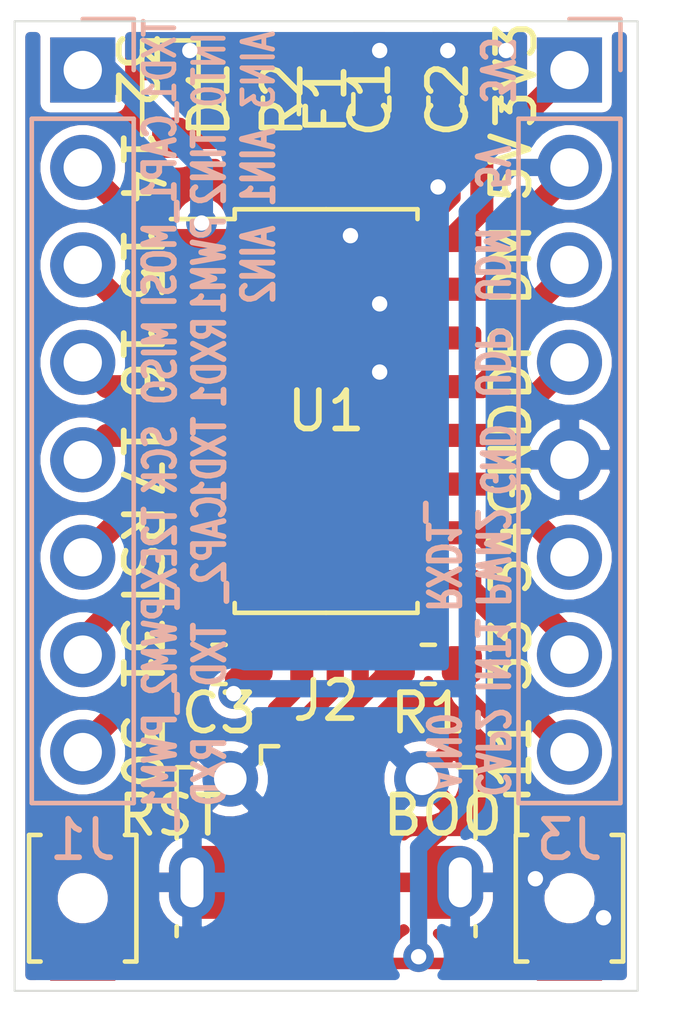
<source format=kicad_pcb>
(kicad_pcb (version 20171130) (host pcbnew "(5.1.6)-1")

  (general
    (thickness 1.6)
    (drawings 42)
    (tracks 131)
    (zones 0)
    (modules 13)
    (nets 21)
  )

  (page A4)
  (layers
    (0 F.Cu signal)
    (31 B.Cu signal)
    (32 B.Adhes user)
    (33 F.Adhes user)
    (34 B.Paste user)
    (35 F.Paste user)
    (36 B.SilkS user)
    (37 F.SilkS user)
    (38 B.Mask user)
    (39 F.Mask user)
    (40 Dwgs.User user)
    (41 Cmts.User user)
    (42 Eco1.User user)
    (43 Eco2.User user)
    (44 Edge.Cuts user)
    (45 Margin user)
    (46 B.CrtYd user)
    (47 F.CrtYd user)
    (48 B.Fab user hide)
    (49 F.Fab user hide)
  )

  (setup
    (last_trace_width 0.25)
    (user_trace_width 0.3)
    (user_trace_width 0.45)
    (user_trace_width 0.6)
    (trace_clearance 0.2)
    (zone_clearance 0.254)
    (zone_45_only no)
    (trace_min 0.2)
    (via_size 0.8)
    (via_drill 0.4)
    (via_min_size 0.4)
    (via_min_drill 0.3)
    (uvia_size 0.3)
    (uvia_drill 0.1)
    (uvias_allowed no)
    (uvia_min_size 0.2)
    (uvia_min_drill 0.1)
    (edge_width 0.05)
    (segment_width 0.2)
    (pcb_text_width 0.3)
    (pcb_text_size 1.5 1.5)
    (mod_edge_width 0.12)
    (mod_text_size 1 1)
    (mod_text_width 0.15)
    (pad_size 1.6 0.6)
    (pad_drill 0)
    (pad_to_mask_clearance 0.05)
    (aux_axis_origin 96.012 109.093)
    (visible_elements 7FFFFFFF)
    (pcbplotparams
      (layerselection 0x010fc_ffffffff)
      (usegerberextensions false)
      (usegerberattributes true)
      (usegerberadvancedattributes true)
      (creategerberjobfile true)
      (excludeedgelayer true)
      (linewidth 0.100000)
      (plotframeref false)
      (viasonmask false)
      (mode 1)
      (useauxorigin false)
      (hpglpennumber 1)
      (hpglpenspeed 20)
      (hpglpendiameter 15.000000)
      (psnegative false)
      (psa4output false)
      (plotreference true)
      (plotvalue true)
      (plotinvisibletext false)
      (padsonsilk false)
      (subtractmaskfromsilk false)
      (outputformat 1)
      (mirror false)
      (drillshape 1)
      (scaleselection 1)
      (outputdirectory ""))
  )

  (net 0 "")
  (net 1 +5V)
  (net 2 GND)
  (net 3 +3V3)
  (net 4 "Net-(D1-Pad2)")
  (net 5 "Net-(F1-Pad2)")
  (net 6 "Net-(J1-Pad1)")
  (net 7 "Net-(J1-Pad2)")
  (net 8 "Net-(J1-Pad3)")
  (net 9 "Net-(J1-Pad4)")
  (net 10 "Net-(J1-Pad5)")
  (net 11 "Net-(J1-Pad7)")
  (net 12 "Net-(J1-Pad8)")
  (net 13 /DM)
  (net 14 /DP)
  (net 15 "Net-(J2-Pad4)")
  (net 16 /P1.1)
  (net 17 /P3.3)
  (net 18 /P3.4)
  (net 19 "Net-(R1-Pad1)")
  (net 20 /RST)

  (net_class Default "This is the default net class."
    (clearance 0.2)
    (trace_width 0.25)
    (via_dia 0.8)
    (via_drill 0.4)
    (uvia_dia 0.3)
    (uvia_drill 0.1)
    (add_net +3V3)
    (add_net +5V)
    (add_net /DM)
    (add_net /DP)
    (add_net /P1.1)
    (add_net /P3.3)
    (add_net /P3.4)
    (add_net /RST)
    (add_net GND)
    (add_net "Net-(D1-Pad2)")
    (add_net "Net-(F1-Pad2)")
    (add_net "Net-(J1-Pad1)")
    (add_net "Net-(J1-Pad2)")
    (add_net "Net-(J1-Pad3)")
    (add_net "Net-(J1-Pad4)")
    (add_net "Net-(J1-Pad5)")
    (add_net "Net-(J1-Pad7)")
    (add_net "Net-(J1-Pad8)")
    (add_net "Net-(J2-Pad4)")
    (add_net "Net-(R1-Pad1)")
  )

  (module Connector_USB:USB_Micro-B_Molex-105017-0001 (layer F.Cu) (tedit 5A1DC0BE) (tstamp 5F9406CE)
    (at 104.521 105.029)
    (descr http://www.molex.com/pdm_docs/sd/1050170001_sd.pdf)
    (tags "Micro-USB SMD Typ-B")
    (path /5F940421)
    (attr smd)
    (fp_text reference J2 (at 0 -3.5) (layer F.SilkS)
      (effects (font (size 1 1) (thickness 0.15)))
    )
    (fp_text value USB_B_Micro (at 0 5.6) (layer F.Fab)
      (effects (font (size 1 1) (thickness 0.15)))
    )
    (fp_text user "PCB edge" (at 0 2.75) (layer Dwgs.User)
      (effects (font (size 0.5 0.5) (thickness 0.08)))
    )
    (fp_text user %R (at 0 1.05) (layer F.Fab)
      (effects (font (size 1 1) (thickness 0.15)))
    )
    (fp_text user "PCB Edge" (at 0 3.75) (layer Dwgs.User)
      (effects (font (size 0.5 0.5) (thickness 0.08)))
    )
    (fp_line (start -4.4 3.64) (end 4.4 3.64) (layer F.CrtYd) (width 0.05))
    (fp_line (start 4.4 -2.46) (end 4.4 3.64) (layer F.CrtYd) (width 0.05))
    (fp_line (start -4.4 -2.46) (end 4.4 -2.46) (layer F.CrtYd) (width 0.05))
    (fp_line (start -4.4 3.64) (end -4.4 -2.46) (layer F.CrtYd) (width 0.05))
    (fp_line (start -3.9 -1.7625) (end -3.45 -1.7625) (layer F.SilkS) (width 0.12))
    (fp_line (start -3.9 0.0875) (end -3.9 -1.7625) (layer F.SilkS) (width 0.12))
    (fp_line (start 3.9 2.6375) (end 3.9 2.3875) (layer F.SilkS) (width 0.12))
    (fp_line (start 3.75 3.3875) (end 3.75 -1.6125) (layer F.Fab) (width 0.1))
    (fp_line (start -3 2.689204) (end 3 2.689204) (layer F.Fab) (width 0.1))
    (fp_line (start -3.75 3.389204) (end 3.75 3.389204) (layer F.Fab) (width 0.1))
    (fp_line (start -3.75 -1.6125) (end 3.75 -1.6125) (layer F.Fab) (width 0.1))
    (fp_line (start -3.75 3.3875) (end -3.75 -1.6125) (layer F.Fab) (width 0.1))
    (fp_line (start -3.9 2.6375) (end -3.9 2.3875) (layer F.SilkS) (width 0.12))
    (fp_line (start 3.9 0.0875) (end 3.9 -1.7625) (layer F.SilkS) (width 0.12))
    (fp_line (start 3.9 -1.7625) (end 3.45 -1.7625) (layer F.SilkS) (width 0.12))
    (fp_line (start -1.7 -2.3125) (end -1.25 -2.3125) (layer F.SilkS) (width 0.12))
    (fp_line (start -1.7 -2.3125) (end -1.7 -1.8625) (layer F.SilkS) (width 0.12))
    (fp_line (start -1.3 -1.7125) (end -1.5 -1.9125) (layer F.Fab) (width 0.1))
    (fp_line (start -1.1 -1.9125) (end -1.3 -1.7125) (layer F.Fab) (width 0.1))
    (fp_line (start -1.5 -2.1225) (end -1.1 -2.1225) (layer F.Fab) (width 0.1))
    (fp_line (start -1.5 -2.1225) (end -1.5 -1.9125) (layer F.Fab) (width 0.1))
    (fp_line (start -1.1 -2.1225) (end -1.1 -1.9125) (layer F.Fab) (width 0.1))
    (pad 6 smd rect (at -2.9 1.2375) (size 1.2 1.9) (layers F.Cu F.Mask)
      (net 2 GND))
    (pad 6 smd rect (at 2.9 1.2375) (size 1.2 1.9) (layers F.Cu F.Mask)
      (net 2 GND))
    (pad 6 thru_hole oval (at 3.5 1.2375) (size 1.2 1.9) (drill oval 0.6 1.3) (layers *.Cu *.Mask)
      (net 2 GND))
    (pad 6 thru_hole oval (at -3.5 1.2375 180) (size 1.2 1.9) (drill oval 0.6 1.3) (layers *.Cu *.Mask)
      (net 2 GND))
    (pad 6 smd rect (at -1 1.2375) (size 1.5 1.9) (layers F.Cu F.Paste F.Mask)
      (net 2 GND))
    (pad 6 thru_hole circle (at 2.5 -1.4625) (size 1.45 1.45) (drill 0.85) (layers *.Cu *.Mask)
      (net 2 GND))
    (pad 3 smd rect (at 0 -1.4625) (size 0.4 1.35) (layers F.Cu F.Paste F.Mask)
      (net 14 /DP))
    (pad 4 smd rect (at 0.65 -1.4625) (size 0.4 1.35) (layers F.Cu F.Paste F.Mask)
      (net 15 "Net-(J2-Pad4)"))
    (pad 5 smd rect (at 1.3 -1.4625) (size 0.4 1.35) (layers F.Cu F.Paste F.Mask)
      (net 2 GND))
    (pad 1 smd rect (at -1.3 -1.4625) (size 0.4 1.35) (layers F.Cu F.Paste F.Mask)
      (net 5 "Net-(F1-Pad2)"))
    (pad 2 smd rect (at -0.65 -1.4625) (size 0.4 1.35) (layers F.Cu F.Paste F.Mask)
      (net 13 /DM))
    (pad 6 thru_hole circle (at -2.5 -1.4625) (size 1.45 1.45) (drill 0.85) (layers *.Cu *.Mask)
      (net 2 GND))
    (pad 6 smd rect (at 1 1.2375) (size 1.5 1.9) (layers F.Cu F.Paste F.Mask)
      (net 2 GND))
    (model ${KISYS3DMOD}/Connector_USB.3dshapes/USB_Micro-B_Molex-105017-0001.wrl
      (at (xyz 0 0 0))
      (scale (xyz 1 1 1))
      (rotate (xyz 0 0 0))
    )
  )

  (module Button_Switch_SMD:SW_SPST_B3U-1000P-B (layer F.Cu) (tedit 5A02FC95) (tstamp 5F941430)
    (at 98.171 106.68 270)
    (descr "Ultra-small-sized Tactile Switch with High Contact Reliability, Top-actuated Model, without Ground Terminal, with Boss")
    (tags "Tactile Switch")
    (path /5F9487A4)
    (attr smd)
    (fp_text reference RST (at -2.159 -2.286) (layer F.SilkS)
      (effects (font (size 1 1) (thickness 0.15)))
    )
    (fp_text value SW_SPST (at 0 2.5 90) (layer F.Fab)
      (effects (font (size 1 1) (thickness 0.15)))
    )
    (fp_line (start -2.4 1.65) (end 2.4 1.65) (layer F.CrtYd) (width 0.05))
    (fp_line (start 2.4 1.65) (end 2.4 -1.65) (layer F.CrtYd) (width 0.05))
    (fp_line (start 2.4 -1.65) (end -2.4 -1.65) (layer F.CrtYd) (width 0.05))
    (fp_line (start -2.4 -1.65) (end -2.4 1.65) (layer F.CrtYd) (width 0.05))
    (fp_line (start -1.65 1.1) (end -1.65 1.4) (layer F.SilkS) (width 0.12))
    (fp_line (start -1.65 1.4) (end 1.65 1.4) (layer F.SilkS) (width 0.12))
    (fp_line (start 1.65 1.4) (end 1.65 1.1) (layer F.SilkS) (width 0.12))
    (fp_line (start -1.65 -1.1) (end -1.65 -1.4) (layer F.SilkS) (width 0.12))
    (fp_line (start -1.65 -1.4) (end 1.65 -1.4) (layer F.SilkS) (width 0.12))
    (fp_line (start 1.65 -1.4) (end 1.65 -1.1) (layer F.SilkS) (width 0.12))
    (fp_line (start -1.5 -1.25) (end 1.5 -1.25) (layer F.Fab) (width 0.1))
    (fp_line (start 1.5 -1.25) (end 1.5 1.25) (layer F.Fab) (width 0.1))
    (fp_line (start 1.5 1.25) (end -1.5 1.25) (layer F.Fab) (width 0.1))
    (fp_line (start -1.5 1.25) (end -1.5 -1.25) (layer F.Fab) (width 0.1))
    (fp_circle (center 0 0) (end 0.75 0) (layer F.Fab) (width 0.1))
    (fp_text user %R (at 0 -2.5 90) (layer F.Fab)
      (effects (font (size 1 1) (thickness 0.15)))
    )
    (pad "" np_thru_hole circle (at 0 0 270) (size 0.8 0.8) (drill 0.8) (layers *.Cu *.Mask))
    (pad 2 smd rect (at 1.7 0 270) (size 0.9 1.7) (layers F.Cu F.Paste F.Mask)
      (net 1 +5V))
    (pad 1 smd rect (at -1.7 0 270) (size 0.9 1.7) (layers F.Cu F.Paste F.Mask)
      (net 20 /RST))
    (model ${KISYS3DMOD}/Button_Switch_SMD.3dshapes/SW_SPST_B3U-1000P-B.wrl
      (at (xyz 0 0 0))
      (scale (xyz 1 1 1))
      (rotate (xyz 0 0 0))
    )
  )

  (module Capacitor_SMD:C_0603_1608Metric_Pad1.05x0.95mm_HandSolder (layer F.Cu) (tedit 5B301BBE) (tstamp 5F9412A1)
    (at 101.727 100.584 180)
    (descr "Capacitor SMD 0603 (1608 Metric), square (rectangular) end terminal, IPC_7351 nominal with elongated pad for handsoldering. (Body size source: http://www.tortai-tech.com/upload/download/2011102023233369053.pdf), generated with kicad-footprint-generator")
    (tags "capacitor handsolder")
    (path /5F9490C3)
    (attr smd)
    (fp_text reference C3 (at 0 -1.27) (layer F.SilkS)
      (effects (font (size 1 1) (thickness 0.15)))
    )
    (fp_text value C (at 0 1.43) (layer F.Fab)
      (effects (font (size 1 1) (thickness 0.15)))
    )
    (fp_line (start -0.8 0.4) (end -0.8 -0.4) (layer F.Fab) (width 0.1))
    (fp_line (start -0.8 -0.4) (end 0.8 -0.4) (layer F.Fab) (width 0.1))
    (fp_line (start 0.8 -0.4) (end 0.8 0.4) (layer F.Fab) (width 0.1))
    (fp_line (start 0.8 0.4) (end -0.8 0.4) (layer F.Fab) (width 0.1))
    (fp_line (start -0.171267 -0.51) (end 0.171267 -0.51) (layer F.SilkS) (width 0.12))
    (fp_line (start -0.171267 0.51) (end 0.171267 0.51) (layer F.SilkS) (width 0.12))
    (fp_line (start -1.65 0.73) (end -1.65 -0.73) (layer F.CrtYd) (width 0.05))
    (fp_line (start -1.65 -0.73) (end 1.65 -0.73) (layer F.CrtYd) (width 0.05))
    (fp_line (start 1.65 -0.73) (end 1.65 0.73) (layer F.CrtYd) (width 0.05))
    (fp_line (start 1.65 0.73) (end -1.65 0.73) (layer F.CrtYd) (width 0.05))
    (fp_text user %R (at 0 0) (layer F.Fab)
      (effects (font (size 0.4 0.4) (thickness 0.06)))
    )
    (pad 2 smd roundrect (at 0.875 0 180) (size 1.05 0.95) (layers F.Cu F.Paste F.Mask) (roundrect_rratio 0.25)
      (net 20 /RST))
    (pad 1 smd roundrect (at -0.875 0 180) (size 1.05 0.95) (layers F.Cu F.Paste F.Mask) (roundrect_rratio 0.25)
      (net 1 +5V))
    (model ${KISYS3DMOD}/Capacitor_SMD.3dshapes/C_0603_1608Metric.wrl
      (at (xyz 0 0 0))
      (scale (xyz 1 1 1))
      (rotate (xyz 0 0 0))
    )
  )

  (module Button_Switch_SMD:SW_SPST_B3U-1000P-B (layer F.Cu) (tedit 5A02FC95) (tstamp 5F940B87)
    (at 110.871 106.68 270)
    (descr "Ultra-small-sized Tactile Switch with High Contact Reliability, Top-actuated Model, without Ground Terminal, with Boss")
    (tags "Tactile Switch")
    (path /5F93E857)
    (attr smd)
    (fp_text reference BOOT (at -2.159 2.921) (layer F.SilkS)
      (effects (font (size 1 1) (thickness 0.15)))
    )
    (fp_text value SW_SPST (at 0 2.5 90) (layer F.Fab)
      (effects (font (size 1 1) (thickness 0.15)))
    )
    (fp_circle (center 0 0) (end 0.75 0) (layer F.Fab) (width 0.1))
    (fp_line (start -1.5 1.25) (end -1.5 -1.25) (layer F.Fab) (width 0.1))
    (fp_line (start 1.5 1.25) (end -1.5 1.25) (layer F.Fab) (width 0.1))
    (fp_line (start 1.5 -1.25) (end 1.5 1.25) (layer F.Fab) (width 0.1))
    (fp_line (start -1.5 -1.25) (end 1.5 -1.25) (layer F.Fab) (width 0.1))
    (fp_line (start 1.65 -1.4) (end 1.65 -1.1) (layer F.SilkS) (width 0.12))
    (fp_line (start -1.65 -1.4) (end 1.65 -1.4) (layer F.SilkS) (width 0.12))
    (fp_line (start -1.65 -1.1) (end -1.65 -1.4) (layer F.SilkS) (width 0.12))
    (fp_line (start 1.65 1.4) (end 1.65 1.1) (layer F.SilkS) (width 0.12))
    (fp_line (start -1.65 1.4) (end 1.65 1.4) (layer F.SilkS) (width 0.12))
    (fp_line (start -1.65 1.1) (end -1.65 1.4) (layer F.SilkS) (width 0.12))
    (fp_line (start -2.4 -1.65) (end -2.4 1.65) (layer F.CrtYd) (width 0.05))
    (fp_line (start 2.4 -1.65) (end -2.4 -1.65) (layer F.CrtYd) (width 0.05))
    (fp_line (start 2.4 1.65) (end 2.4 -1.65) (layer F.CrtYd) (width 0.05))
    (fp_line (start -2.4 1.65) (end 2.4 1.65) (layer F.CrtYd) (width 0.05))
    (fp_text user %R (at 0 -2.5 90) (layer F.Fab)
      (effects (font (size 1 1) (thickness 0.15)))
    )
    (pad 1 smd rect (at -1.7 0 270) (size 0.9 1.7) (layers F.Cu F.Paste F.Mask)
      (net 19 "Net-(R1-Pad1)"))
    (pad 2 smd rect (at 1.7 0 270) (size 0.9 1.7) (layers F.Cu F.Paste F.Mask)
      (net 1 +5V))
    (pad "" np_thru_hole circle (at 0 0 270) (size 0.8 0.8) (drill 0.8) (layers *.Cu *.Mask))
    (model ${KISYS3DMOD}/Button_Switch_SMD.3dshapes/SW_SPST_B3U-1000P-B.wrl
      (at (xyz 0 0 0))
      (scale (xyz 1 1 1))
      (rotate (xyz 0 0 0))
    )
  )

  (module Fuse:Fuse_0805_2012Metric (layer F.Cu) (tedit 5B36C52C) (tstamp 5F964AAE)
    (at 104.521 85.979 270)
    (descr "Fuse SMD 0805 (2012 Metric), square (rectangular) end terminal, IPC_7351 nominal, (Body size source: https://docs.google.com/spreadsheets/d/1BsfQQcO9C6DZCsRaXUlFlo91Tg2WpOkGARC1WS5S8t0/edit?usp=sharing), generated with kicad-footprint-generator")
    (tags resistor)
    (path /5F942A92)
    (attr smd)
    (fp_text reference F1 (at -0.127 0 90) (layer F.SilkS)
      (effects (font (size 1 1) (thickness 0.15)))
    )
    (fp_text value Fuse (at 0 1.65 90) (layer F.Fab)
      (effects (font (size 1 1) (thickness 0.15)))
    )
    (fp_line (start -1 0.6) (end -1 -0.6) (layer F.Fab) (width 0.1))
    (fp_line (start -1 -0.6) (end 1 -0.6) (layer F.Fab) (width 0.1))
    (fp_line (start 1 -0.6) (end 1 0.6) (layer F.Fab) (width 0.1))
    (fp_line (start 1 0.6) (end -1 0.6) (layer F.Fab) (width 0.1))
    (fp_line (start -0.258578 -0.71) (end 0.258578 -0.71) (layer F.SilkS) (width 0.12))
    (fp_line (start -0.258578 0.71) (end 0.258578 0.71) (layer F.SilkS) (width 0.12))
    (fp_line (start -1.68 0.95) (end -1.68 -0.95) (layer F.CrtYd) (width 0.05))
    (fp_line (start -1.68 -0.95) (end 1.68 -0.95) (layer F.CrtYd) (width 0.05))
    (fp_line (start 1.68 -0.95) (end 1.68 0.95) (layer F.CrtYd) (width 0.05))
    (fp_line (start 1.68 0.95) (end -1.68 0.95) (layer F.CrtYd) (width 0.05))
    (fp_text user %R (at 0 0 90) (layer F.Fab)
      (effects (font (size 0.5 0.5) (thickness 0.08)))
    )
    (pad 2 smd roundrect (at 0.9375 0 270) (size 0.975 1.4) (layers F.Cu F.Paste F.Mask) (roundrect_rratio 0.25)
      (net 5 "Net-(F1-Pad2)"))
    (pad 1 smd roundrect (at -0.9375 0 270) (size 0.975 1.4) (layers F.Cu F.Paste F.Mask) (roundrect_rratio 0.25)
      (net 1 +5V))
    (model ${KISYS3DMOD}/Fuse.3dshapes/Fuse_0805_2012Metric.wrl
      (at (xyz 0 0 0))
      (scale (xyz 1 1 1))
      (rotate (xyz 0 0 0))
    )
  )

  (module Capacitor_SMD:C_0603_1608Metric_Pad1.05x0.95mm_HandSolder (layer F.Cu) (tedit 5B301BBE) (tstamp 5F964A7E)
    (at 106.68 85.979 90)
    (descr "Capacitor SMD 0603 (1608 Metric), square (rectangular) end terminal, IPC_7351 nominal with elongated pad for handsoldering. (Body size source: http://www.tortai-tech.com/upload/download/2011102023233369053.pdf), generated with kicad-footprint-generator")
    (tags "capacitor handsolder")
    (path /5F93986C)
    (attr smd)
    (fp_text reference C1 (at 0.127 -1.016 90) (layer F.SilkS)
      (effects (font (size 1 1) (thickness 0.15)))
    )
    (fp_text value C (at 0 1.43 90) (layer F.Fab)
      (effects (font (size 1 1) (thickness 0.15)))
    )
    (fp_line (start -0.8 0.4) (end -0.8 -0.4) (layer F.Fab) (width 0.1))
    (fp_line (start -0.8 -0.4) (end 0.8 -0.4) (layer F.Fab) (width 0.1))
    (fp_line (start 0.8 -0.4) (end 0.8 0.4) (layer F.Fab) (width 0.1))
    (fp_line (start 0.8 0.4) (end -0.8 0.4) (layer F.Fab) (width 0.1))
    (fp_line (start -0.171267 -0.51) (end 0.171267 -0.51) (layer F.SilkS) (width 0.12))
    (fp_line (start -0.171267 0.51) (end 0.171267 0.51) (layer F.SilkS) (width 0.12))
    (fp_line (start -1.65 0.73) (end -1.65 -0.73) (layer F.CrtYd) (width 0.05))
    (fp_line (start -1.65 -0.73) (end 1.65 -0.73) (layer F.CrtYd) (width 0.05))
    (fp_line (start 1.65 -0.73) (end 1.65 0.73) (layer F.CrtYd) (width 0.05))
    (fp_line (start 1.65 0.73) (end -1.65 0.73) (layer F.CrtYd) (width 0.05))
    (fp_text user %R (at 0 0 90) (layer F.Fab)
      (effects (font (size 0.4 0.4) (thickness 0.06)))
    )
    (pad 1 smd roundrect (at -0.875 0 90) (size 1.05 0.95) (layers F.Cu F.Paste F.Mask) (roundrect_rratio 0.25)
      (net 1 +5V))
    (pad 2 smd roundrect (at 0.875 0 90) (size 1.05 0.95) (layers F.Cu F.Paste F.Mask) (roundrect_rratio 0.25)
      (net 2 GND))
    (model ${KISYS3DMOD}/Capacitor_SMD.3dshapes/C_0603_1608Metric.wrl
      (at (xyz 0 0 0))
      (scale (xyz 1 1 1))
      (rotate (xyz 0 0 0))
    )
  )

  (module Capacitor_SMD:C_0603_1608Metric_Pad1.05x0.95mm_HandSolder (layer F.Cu) (tedit 5B301BBE) (tstamp 5F964A4E)
    (at 108.585 85.979 90)
    (descr "Capacitor SMD 0603 (1608 Metric), square (rectangular) end terminal, IPC_7351 nominal with elongated pad for handsoldering. (Body size source: http://www.tortai-tech.com/upload/download/2011102023233369053.pdf), generated with kicad-footprint-generator")
    (tags "capacitor handsolder")
    (path /5F93A0CB)
    (attr smd)
    (fp_text reference C2 (at 0.127 -0.889 90) (layer F.SilkS)
      (effects (font (size 1 1) (thickness 0.15)))
    )
    (fp_text value C (at 0 1.43 90) (layer F.Fab)
      (effects (font (size 1 1) (thickness 0.15)))
    )
    (fp_line (start 1.65 0.73) (end -1.65 0.73) (layer F.CrtYd) (width 0.05))
    (fp_line (start 1.65 -0.73) (end 1.65 0.73) (layer F.CrtYd) (width 0.05))
    (fp_line (start -1.65 -0.73) (end 1.65 -0.73) (layer F.CrtYd) (width 0.05))
    (fp_line (start -1.65 0.73) (end -1.65 -0.73) (layer F.CrtYd) (width 0.05))
    (fp_line (start -0.171267 0.51) (end 0.171267 0.51) (layer F.SilkS) (width 0.12))
    (fp_line (start -0.171267 -0.51) (end 0.171267 -0.51) (layer F.SilkS) (width 0.12))
    (fp_line (start 0.8 0.4) (end -0.8 0.4) (layer F.Fab) (width 0.1))
    (fp_line (start 0.8 -0.4) (end 0.8 0.4) (layer F.Fab) (width 0.1))
    (fp_line (start -0.8 -0.4) (end 0.8 -0.4) (layer F.Fab) (width 0.1))
    (fp_line (start -0.8 0.4) (end -0.8 -0.4) (layer F.Fab) (width 0.1))
    (fp_text user %R (at 0 0 90) (layer F.Fab)
      (effects (font (size 0.4 0.4) (thickness 0.06)))
    )
    (pad 2 smd roundrect (at 0.875 0 90) (size 1.05 0.95) (layers F.Cu F.Paste F.Mask) (roundrect_rratio 0.25)
      (net 2 GND))
    (pad 1 smd roundrect (at -0.875 0 90) (size 1.05 0.95) (layers F.Cu F.Paste F.Mask) (roundrect_rratio 0.25)
      (net 3 +3V3))
    (model ${KISYS3DMOD}/Capacitor_SMD.3dshapes/C_0603_1608Metric.wrl
      (at (xyz 0 0 0))
      (scale (xyz 1 1 1))
      (rotate (xyz 0 0 0))
    )
  )

  (module LED_SMD:LED_0603_1608Metric_Pad1.05x0.95mm_HandSolder (layer F.Cu) (tedit 5B4B45C9) (tstamp 5F964A1A)
    (at 100.457 85.979 270)
    (descr "LED SMD 0603 (1608 Metric), square (rectangular) end terminal, IPC_7351 nominal, (Body size source: http://www.tortai-tech.com/upload/download/2011102023233369053.pdf), generated with kicad-footprint-generator")
    (tags "LED handsolder")
    (path /5F946116)
    (attr smd)
    (fp_text reference D1 (at -0.127 -1.016 90) (layer F.SilkS)
      (effects (font (size 1 1) (thickness 0.15)))
    )
    (fp_text value LED (at 0 1.43 90) (layer F.Fab)
      (effects (font (size 1 1) (thickness 0.15)))
    )
    (fp_line (start 0.8 -0.4) (end -0.5 -0.4) (layer F.Fab) (width 0.1))
    (fp_line (start -0.5 -0.4) (end -0.8 -0.1) (layer F.Fab) (width 0.1))
    (fp_line (start -0.8 -0.1) (end -0.8 0.4) (layer F.Fab) (width 0.1))
    (fp_line (start -0.8 0.4) (end 0.8 0.4) (layer F.Fab) (width 0.1))
    (fp_line (start 0.8 0.4) (end 0.8 -0.4) (layer F.Fab) (width 0.1))
    (fp_line (start 0.8 -0.735) (end -1.66 -0.735) (layer F.SilkS) (width 0.12))
    (fp_line (start -1.66 -0.735) (end -1.66 0.735) (layer F.SilkS) (width 0.12))
    (fp_line (start -1.66 0.735) (end 0.8 0.735) (layer F.SilkS) (width 0.12))
    (fp_line (start -1.65 0.73) (end -1.65 -0.73) (layer F.CrtYd) (width 0.05))
    (fp_line (start -1.65 -0.73) (end 1.65 -0.73) (layer F.CrtYd) (width 0.05))
    (fp_line (start 1.65 -0.73) (end 1.65 0.73) (layer F.CrtYd) (width 0.05))
    (fp_line (start 1.65 0.73) (end -1.65 0.73) (layer F.CrtYd) (width 0.05))
    (fp_text user %R (at 0 0 90) (layer F.Fab)
      (effects (font (size 0.4 0.4) (thickness 0.06)))
    )
    (pad 1 smd roundrect (at -0.875 0 270) (size 1.05 0.95) (layers F.Cu F.Paste F.Mask) (roundrect_rratio 0.25)
      (net 2 GND))
    (pad 2 smd roundrect (at 0.875 0 270) (size 1.05 0.95) (layers F.Cu F.Paste F.Mask) (roundrect_rratio 0.25)
      (net 4 "Net-(D1-Pad2)"))
    (model ${KISYS3DMOD}/LED_SMD.3dshapes/LED_0603_1608Metric.wrl
      (at (xyz 0 0 0))
      (scale (xyz 1 1 1))
      (rotate (xyz 0 0 0))
    )
  )

  (module Connector_PinHeader_2.54mm:PinHeader_1x08_P2.54mm_Vertical locked (layer B.Cu) (tedit 59FED5CC) (tstamp 5F9640EB)
    (at 98.171 85.09 180)
    (descr "Through hole straight pin header, 1x08, 2.54mm pitch, single row")
    (tags "Through hole pin header THT 1x08 2.54mm single row")
    (path /5F9485B5)
    (fp_text reference J1 (at 0 -20.066) (layer B.SilkS)
      (effects (font (size 1 1) (thickness 0.15)) (justify mirror))
    )
    (fp_text value Conn_01x08 (at 0 -20.11) (layer B.Fab)
      (effects (font (size 1 1) (thickness 0.15)) (justify mirror))
    )
    (fp_line (start -0.635 1.27) (end 1.27 1.27) (layer B.Fab) (width 0.1))
    (fp_line (start 1.27 1.27) (end 1.27 -19.05) (layer B.Fab) (width 0.1))
    (fp_line (start 1.27 -19.05) (end -1.27 -19.05) (layer B.Fab) (width 0.1))
    (fp_line (start -1.27 -19.05) (end -1.27 0.635) (layer B.Fab) (width 0.1))
    (fp_line (start -1.27 0.635) (end -0.635 1.27) (layer B.Fab) (width 0.1))
    (fp_line (start -1.33 -19.11) (end 1.33 -19.11) (layer B.SilkS) (width 0.12))
    (fp_line (start -1.33 -1.27) (end -1.33 -19.11) (layer B.SilkS) (width 0.12))
    (fp_line (start 1.33 -1.27) (end 1.33 -19.11) (layer B.SilkS) (width 0.12))
    (fp_line (start -1.33 -1.27) (end 1.33 -1.27) (layer B.SilkS) (width 0.12))
    (fp_line (start -1.33 0) (end -1.33 1.33) (layer B.SilkS) (width 0.12))
    (fp_line (start -1.33 1.33) (end 0 1.33) (layer B.SilkS) (width 0.12))
    (fp_line (start -1.8 1.8) (end -1.8 -19.55) (layer B.CrtYd) (width 0.05))
    (fp_line (start -1.8 -19.55) (end 1.8 -19.55) (layer B.CrtYd) (width 0.05))
    (fp_line (start 1.8 -19.55) (end 1.8 1.8) (layer B.CrtYd) (width 0.05))
    (fp_line (start 1.8 1.8) (end -1.8 1.8) (layer B.CrtYd) (width 0.05))
    (fp_text user %R (at 0 -8.89 270) (layer B.Fab)
      (effects (font (size 1 1) (thickness 0.15)) (justify mirror))
    )
    (pad 1 thru_hole rect (at 0 0 180) (size 1.7 1.7) (drill 1) (layers *.Cu *.Mask)
      (net 6 "Net-(J1-Pad1)"))
    (pad 2 thru_hole oval (at 0 -2.54 180) (size 1.7 1.7) (drill 1) (layers *.Cu *.Mask)
      (net 7 "Net-(J1-Pad2)"))
    (pad 3 thru_hole oval (at 0 -5.08 180) (size 1.7 1.7) (drill 1) (layers *.Cu *.Mask)
      (net 8 "Net-(J1-Pad3)"))
    (pad 4 thru_hole oval (at 0 -7.62 180) (size 1.7 1.7) (drill 1) (layers *.Cu *.Mask)
      (net 9 "Net-(J1-Pad4)"))
    (pad 5 thru_hole oval (at 0 -10.16 180) (size 1.7 1.7) (drill 1) (layers *.Cu *.Mask)
      (net 10 "Net-(J1-Pad5)"))
    (pad 6 thru_hole oval (at 0 -12.7 180) (size 1.7 1.7) (drill 1) (layers *.Cu *.Mask)
      (net 20 /RST))
    (pad 7 thru_hole oval (at 0 -15.24 180) (size 1.7 1.7) (drill 1) (layers *.Cu *.Mask)
      (net 11 "Net-(J1-Pad7)"))
    (pad 8 thru_hole oval (at 0 -17.78 180) (size 1.7 1.7) (drill 1) (layers *.Cu *.Mask)
      (net 12 "Net-(J1-Pad8)"))
    (model ${KISYS3DMOD}/Connector_PinHeader_2.54mm.3dshapes/PinHeader_1x08_P2.54mm_Vertical.wrl
      (at (xyz 0 0 0))
      (scale (xyz 1 1 1))
      (rotate (xyz 0 0 0))
    )
  )

  (module Connector_PinHeader_2.54mm:PinHeader_1x08_P2.54mm_Vertical (layer B.Cu) (tedit 59FED5CC) (tstamp 5F9410D5)
    (at 110.871 85.09 180)
    (descr "Through hole straight pin header, 1x08, 2.54mm pitch, single row")
    (tags "Through hole pin header THT 1x08 2.54mm single row")
    (path /5F949D08)
    (fp_text reference J3 (at 0 -20.066) (layer B.SilkS)
      (effects (font (size 1 1) (thickness 0.15)) (justify mirror))
    )
    (fp_text value Conn_01x08 (at 0 -20.11) (layer B.Fab)
      (effects (font (size 1 1) (thickness 0.15)) (justify mirror))
    )
    (fp_line (start 1.8 1.8) (end -1.8 1.8) (layer B.CrtYd) (width 0.05))
    (fp_line (start 1.8 -19.55) (end 1.8 1.8) (layer B.CrtYd) (width 0.05))
    (fp_line (start -1.8 -19.55) (end 1.8 -19.55) (layer B.CrtYd) (width 0.05))
    (fp_line (start -1.8 1.8) (end -1.8 -19.55) (layer B.CrtYd) (width 0.05))
    (fp_line (start -1.33 1.33) (end 0 1.33) (layer B.SilkS) (width 0.12))
    (fp_line (start -1.33 0) (end -1.33 1.33) (layer B.SilkS) (width 0.12))
    (fp_line (start -1.33 -1.27) (end 1.33 -1.27) (layer B.SilkS) (width 0.12))
    (fp_line (start 1.33 -1.27) (end 1.33 -19.11) (layer B.SilkS) (width 0.12))
    (fp_line (start -1.33 -1.27) (end -1.33 -19.11) (layer B.SilkS) (width 0.12))
    (fp_line (start -1.33 -19.11) (end 1.33 -19.11) (layer B.SilkS) (width 0.12))
    (fp_line (start -1.27 0.635) (end -0.635 1.27) (layer B.Fab) (width 0.1))
    (fp_line (start -1.27 -19.05) (end -1.27 0.635) (layer B.Fab) (width 0.1))
    (fp_line (start 1.27 -19.05) (end -1.27 -19.05) (layer B.Fab) (width 0.1))
    (fp_line (start 1.27 1.27) (end 1.27 -19.05) (layer B.Fab) (width 0.1))
    (fp_line (start -0.635 1.27) (end 1.27 1.27) (layer B.Fab) (width 0.1))
    (fp_text user %R (at 0 -8.89 270) (layer B.Fab)
      (effects (font (size 1 1) (thickness 0.15)) (justify mirror))
    )
    (pad 8 thru_hole oval (at 0 -17.78 180) (size 1.7 1.7) (drill 1) (layers *.Cu *.Mask)
      (net 16 /P1.1))
    (pad 7 thru_hole oval (at 0 -15.24 180) (size 1.7 1.7) (drill 1) (layers *.Cu *.Mask)
      (net 17 /P3.3))
    (pad 6 thru_hole oval (at 0 -12.7 180) (size 1.7 1.7) (drill 1) (layers *.Cu *.Mask)
      (net 18 /P3.4))
    (pad 5 thru_hole oval (at 0 -10.16 180) (size 1.7 1.7) (drill 1) (layers *.Cu *.Mask)
      (net 2 GND))
    (pad 4 thru_hole oval (at 0 -7.62 180) (size 1.7 1.7) (drill 1) (layers *.Cu *.Mask)
      (net 14 /DP))
    (pad 3 thru_hole oval (at 0 -5.08 180) (size 1.7 1.7) (drill 1) (layers *.Cu *.Mask)
      (net 13 /DM))
    (pad 2 thru_hole oval (at 0 -2.54 180) (size 1.7 1.7) (drill 1) (layers *.Cu *.Mask)
      (net 1 +5V))
    (pad 1 thru_hole rect (at 0 0 180) (size 1.7 1.7) (drill 1) (layers *.Cu *.Mask)
      (net 3 +3V3))
    (model ${KISYS3DMOD}/Connector_PinHeader_2.54mm.3dshapes/PinHeader_1x08_P2.54mm_Vertical.wrl
      (at (xyz 0 0 0))
      (scale (xyz 1 1 1))
      (rotate (xyz 0 0 0))
    )
  )

  (module Resistor_SMD:R_0603_1608Metric_Pad1.05x0.95mm_HandSolder (layer F.Cu) (tedit 5B301BBD) (tstamp 5F9406FB)
    (at 107.188 100.584 180)
    (descr "Resistor SMD 0603 (1608 Metric), square (rectangular) end terminal, IPC_7351 nominal with elongated pad for handsoldering. (Body size source: http://www.tortai-tech.com/upload/download/2011102023233369053.pdf), generated with kicad-footprint-generator")
    (tags "resistor handsolder")
    (path /5F93DBDB)
    (attr smd)
    (fp_text reference R1 (at 0 -1.27) (layer F.SilkS)
      (effects (font (size 1 1) (thickness 0.15)))
    )
    (fp_text value R (at 0 1.43) (layer F.Fab)
      (effects (font (size 1 1) (thickness 0.15)))
    )
    (fp_line (start -0.8 0.4) (end -0.8 -0.4) (layer F.Fab) (width 0.1))
    (fp_line (start -0.8 -0.4) (end 0.8 -0.4) (layer F.Fab) (width 0.1))
    (fp_line (start 0.8 -0.4) (end 0.8 0.4) (layer F.Fab) (width 0.1))
    (fp_line (start 0.8 0.4) (end -0.8 0.4) (layer F.Fab) (width 0.1))
    (fp_line (start -0.171267 -0.51) (end 0.171267 -0.51) (layer F.SilkS) (width 0.12))
    (fp_line (start -0.171267 0.51) (end 0.171267 0.51) (layer F.SilkS) (width 0.12))
    (fp_line (start -1.65 0.73) (end -1.65 -0.73) (layer F.CrtYd) (width 0.05))
    (fp_line (start -1.65 -0.73) (end 1.65 -0.73) (layer F.CrtYd) (width 0.05))
    (fp_line (start 1.65 -0.73) (end 1.65 0.73) (layer F.CrtYd) (width 0.05))
    (fp_line (start 1.65 0.73) (end -1.65 0.73) (layer F.CrtYd) (width 0.05))
    (fp_text user %R (at 0 0) (layer F.Fab)
      (effects (font (size 0.4 0.4) (thickness 0.06)))
    )
    (pad 1 smd roundrect (at -0.875 0 180) (size 1.05 0.95) (layers F.Cu F.Paste F.Mask) (roundrect_rratio 0.25)
      (net 19 "Net-(R1-Pad1)"))
    (pad 2 smd roundrect (at 0.875 0 180) (size 1.05 0.95) (layers F.Cu F.Paste F.Mask) (roundrect_rratio 0.25)
      (net 14 /DP))
    (model ${KISYS3DMOD}/Resistor_SMD.3dshapes/R_0603_1608Metric.wrl
      (at (xyz 0 0 0))
      (scale (xyz 1 1 1))
      (rotate (xyz 0 0 0))
    )
  )

  (module Resistor_SMD:R_0603_1608Metric_Pad1.05x0.95mm_HandSolder (layer F.Cu) (tedit 5B301BBD) (tstamp 5F9649D9)
    (at 102.362 85.979 90)
    (descr "Resistor SMD 0603 (1608 Metric), square (rectangular) end terminal, IPC_7351 nominal with elongated pad for handsoldering. (Body size source: http://www.tortai-tech.com/upload/download/2011102023233369053.pdf), generated with kicad-footprint-generator")
    (tags "resistor handsolder")
    (path /5F945433)
    (attr smd)
    (fp_text reference R2 (at 0.127 1.016 90) (layer F.SilkS)
      (effects (font (size 1 1) (thickness 0.15)))
    )
    (fp_text value R (at 0 1.43 90) (layer F.Fab)
      (effects (font (size 1 1) (thickness 0.15)))
    )
    (fp_line (start 1.65 0.73) (end -1.65 0.73) (layer F.CrtYd) (width 0.05))
    (fp_line (start 1.65 -0.73) (end 1.65 0.73) (layer F.CrtYd) (width 0.05))
    (fp_line (start -1.65 -0.73) (end 1.65 -0.73) (layer F.CrtYd) (width 0.05))
    (fp_line (start -1.65 0.73) (end -1.65 -0.73) (layer F.CrtYd) (width 0.05))
    (fp_line (start -0.171267 0.51) (end 0.171267 0.51) (layer F.SilkS) (width 0.12))
    (fp_line (start -0.171267 -0.51) (end 0.171267 -0.51) (layer F.SilkS) (width 0.12))
    (fp_line (start 0.8 0.4) (end -0.8 0.4) (layer F.Fab) (width 0.1))
    (fp_line (start 0.8 -0.4) (end 0.8 0.4) (layer F.Fab) (width 0.1))
    (fp_line (start -0.8 -0.4) (end 0.8 -0.4) (layer F.Fab) (width 0.1))
    (fp_line (start -0.8 0.4) (end -0.8 -0.4) (layer F.Fab) (width 0.1))
    (fp_text user %R (at 0 0 90) (layer F.Fab)
      (effects (font (size 0.4 0.4) (thickness 0.06)))
    )
    (pad 2 smd roundrect (at 0.875 0 90) (size 1.05 0.95) (layers F.Cu F.Paste F.Mask) (roundrect_rratio 0.25)
      (net 1 +5V))
    (pad 1 smd roundrect (at -0.875 0 90) (size 1.05 0.95) (layers F.Cu F.Paste F.Mask) (roundrect_rratio 0.25)
      (net 4 "Net-(D1-Pad2)"))
    (model ${KISYS3DMOD}/Resistor_SMD.3dshapes/R_0603_1608Metric.wrl
      (at (xyz 0 0 0))
      (scale (xyz 1 1 1))
      (rotate (xyz 0 0 0))
    )
  )

  (module Package_SO:SOP-16_4.55x10.3mm_P1.27mm (layer F.Cu) (tedit 5F9409B2) (tstamp 5F954909)
    (at 104.521 93.98)
    (descr "SOP, 16 Pin (https://toshiba.semicon-storage.com/info/docget.jsp?did=12855&prodName=TLP290-4), generated with kicad-footprint-generator ipc_gullwing_generator.py")
    (tags "SOP SO")
    (path /5F938BA1)
    (attr smd)
    (fp_text reference U1 (at 0 0) (layer F.SilkS)
      (effects (font (size 1 1) (thickness 0.15)))
    )
    (fp_text value CH55x (at 0 6.1) (layer F.Fab)
      (effects (font (size 1 1) (thickness 0.15)))
    )
    (fp_line (start 0 5.26) (end 2.385 5.26) (layer F.SilkS) (width 0.12))
    (fp_line (start 2.385 5.26) (end 2.385 5.005) (layer F.SilkS) (width 0.12))
    (fp_line (start 0 5.26) (end -2.385 5.26) (layer F.SilkS) (width 0.12))
    (fp_line (start -2.385 5.26) (end -2.385 5.005) (layer F.SilkS) (width 0.12))
    (fp_line (start 0 -5.26) (end 2.385 -5.26) (layer F.SilkS) (width 0.12))
    (fp_line (start 2.385 -5.26) (end 2.385 -5.005) (layer F.SilkS) (width 0.12))
    (fp_line (start 0 -5.26) (end -2.385 -5.26) (layer F.SilkS) (width 0.12))
    (fp_line (start -2.385 -5.26) (end -2.385 -5.005) (layer F.SilkS) (width 0.12))
    (fp_line (start -2.385 -5.005) (end -4.05 -5.005) (layer F.SilkS) (width 0.12))
    (fp_line (start -1.275 -5.15) (end 2.275 -5.15) (layer F.Fab) (width 0.1))
    (fp_line (start 2.275 -5.15) (end 2.275 5.15) (layer F.Fab) (width 0.1))
    (fp_line (start 2.275 5.15) (end -2.275 5.15) (layer F.Fab) (width 0.1))
    (fp_line (start -2.275 5.15) (end -2.275 -4.15) (layer F.Fab) (width 0.1))
    (fp_line (start -2.275 -4.15) (end -1.275 -5.15) (layer F.Fab) (width 0.1))
    (fp_line (start -4.3 -5.4) (end -4.3 5.4) (layer F.CrtYd) (width 0.05))
    (fp_line (start -4.3 5.4) (end 4.3 5.4) (layer F.CrtYd) (width 0.05))
    (fp_line (start 4.3 5.4) (end 4.3 -5.4) (layer F.CrtYd) (width 0.05))
    (fp_line (start 4.3 -5.4) (end -4.3 -5.4) (layer F.CrtYd) (width 0.05))
    (fp_text user %R (at 0 0) (layer F.Fab)
      (effects (font (size 1 1) (thickness 0.15)))
    )
    (pad 1 smd roundrect (at -3.25 -4.445) (size 1.6 0.6) (layers F.Cu F.Paste F.Mask) (roundrect_rratio 0.25)
      (net 6 "Net-(J1-Pad1)"))
    (pad 2 smd roundrect (at -3.25 -3.175) (size 1.6 0.6) (layers F.Cu F.Paste F.Mask) (roundrect_rratio 0.25)
      (net 7 "Net-(J1-Pad2)"))
    (pad 3 smd roundrect (at -3.25 -1.905) (size 1.6 0.6) (layers F.Cu F.Paste F.Mask) (roundrect_rratio 0.25)
      (net 8 "Net-(J1-Pad3)"))
    (pad 4 smd roundrect (at -3.25 -0.635) (size 1.6 0.6) (layers F.Cu F.Paste F.Mask) (roundrect_rratio 0.25)
      (net 9 "Net-(J1-Pad4)"))
    (pad 5 smd roundrect (at -3.25 0.635) (size 1.6 0.6) (layers F.Cu F.Paste F.Mask) (roundrect_rratio 0.25)
      (net 10 "Net-(J1-Pad5)"))
    (pad 6 smd roundrect (at -3.25 1.905) (size 1.6 0.6) (layers F.Cu F.Paste F.Mask) (roundrect_rratio 0.25)
      (net 20 /RST))
    (pad 7 smd roundrect (at -3.25 3.175) (size 1.6 0.6) (layers F.Cu F.Paste F.Mask) (roundrect_rratio 0.25)
      (net 11 "Net-(J1-Pad7)"))
    (pad 8 smd roundrect (at -3.25 4.445) (size 1.6 0.6) (layers F.Cu F.Paste F.Mask) (roundrect_rratio 0.25)
      (net 12 "Net-(J1-Pad8)"))
    (pad 9 smd roundrect (at 3.25 4.445) (size 1.6 0.6) (layers F.Cu F.Paste F.Mask) (roundrect_rratio 0.25)
      (net 16 /P1.1))
    (pad 10 smd roundrect (at 3.25 3.175) (size 1.6 0.6) (layers F.Cu F.Paste F.Mask) (roundrect_rratio 0.25)
      (net 17 /P3.3))
    (pad 11 smd roundrect (at 3.25 1.905) (size 1.6 0.6) (layers F.Cu F.Paste F.Mask) (roundrect_rratio 0.25)
      (net 18 /P3.4))
    (pad 12 smd roundrect (at 3.25 0.635) (size 1.6 0.6) (layers F.Cu F.Paste F.Mask) (roundrect_rratio 0.25)
      (net 14 /DP))
    (pad 13 smd roundrect (at 3.25 -0.635) (size 1.6 0.6) (layers F.Cu F.Paste F.Mask) (roundrect_rratio 0.25)
      (net 13 /DM))
    (pad 14 smd roundrect (at 3.25 -1.905) (size 1.6 0.6) (layers F.Cu F.Paste F.Mask) (roundrect_rratio 0.25)
      (net 2 GND))
    (pad 15 smd roundrect (at 3.25 -3.175) (size 1.6 0.6) (layers F.Cu F.Paste F.Mask) (roundrect_rratio 0.25)
      (net 1 +5V))
    (pad 16 smd roundrect (at 3.25 -4.445) (size 1.6 0.6) (layers F.Cu F.Paste F.Mask) (roundrect_rratio 0.25)
      (net 3 +3V3))
    (model ${KISYS3DMOD}/Package_SO.3dshapes/SOP-16_4.55x10.3mm_P1.27mm.wrl
      (at (xyz 0 0 0))
      (scale (xyz 1 1 1))
      (rotate (xyz 0 0 0))
    )
  )

  (gr_text V0.2 (at 104.5972 105.537 180) (layer B.Paste) (tstamp 5F9546BB)
    (effects (font (size 1 1) (thickness 0.15)) (justify mirror))
  )
  (gr_text V0.2 (at 104.5972 105.537 180) (layer B.Mask)
    (effects (font (size 1 1) (thickness 0.15)) (justify mirror))
  )
  (gr_text "CH55xG Tiny" (at 104.7242 107.2388 180) (layer B.Mask) (tstamp 5F954610)
    (effects (font (size 1 1) (thickness 0.15)) (justify mirror))
  )
  (gr_text "CH55xG Tiny" (at 104.7242 107.2388 180) (layer B.Paste)
    (effects (font (size 1 1) (thickness 0.15)) (justify mirror))
  )
  (gr_text 3V3 (at 108.966 85.09 270) (layer B.SilkS)
    (effects (font (size 0.8 0.6) (thickness 0.15)) (justify mirror))
  )
  (gr_text 5V (at 108.839 87.63 270) (layer B.SilkS)
    (effects (font (size 0.8 0.6) (thickness 0.15)) (justify mirror))
  )
  (gr_text UDP (at 108.839 92.71 270) (layer B.SilkS)
    (effects (font (size 0.8 0.6) (thickness 0.15)) (justify mirror))
  )
  (gr_text UDM (at 108.839 90.17 270) (layer B.SilkS)
    (effects (font (size 0.8 0.6) (thickness 0.15)) (justify mirror))
  )
  (gr_text GND (at 108.966 95.25 270) (layer B.SilkS)
    (effects (font (size 0.8 0.6) (thickness 0.15)) (justify mirror))
  )
  (gr_text SdtElectronics (at 104.521 96.012 90) (layer B.Mask) (tstamp 5F94DC59)
    (effects (font (size 1.5 1.5) (thickness 0.3)) (justify mirror))
  )
  (gr_text SdtElectronics (at 104.521 96.012 90) (layer B.Paste) (tstamp 5F94DC58)
    (effects (font (size 1.5 1.5) (thickness 0.3)) (justify mirror))
  )
  (gr_text "CAP2\nAIN0" (at 108.204 102.87 270) (layer B.SilkS)
    (effects (font (size 0.8 0.6) (thickness 0.15)) (justify mirror))
  )
  (gr_text INT1 (at 108.839 100.33 270) (layer B.SilkS)
    (effects (font (size 0.8 0.6) (thickness 0.15)) (justify mirror))
  )
  (gr_text "PWM2\nRXD1_" (at 108.204 97.79 270) (layer B.SilkS)
    (effects (font (size 0.8 0.6) (thickness 0.15)) (justify mirror))
  )
  (gr_text "PWM1_\nRXD" (at 100.838 103.378 90) (layer B.SilkS)
    (effects (font (size 0.8 0.6) (thickness 0.15)) (justify mirror))
  )
  (gr_text "PWM2_\nTXD" (at 100.838 100.33 90) (layer B.SilkS)
    (effects (font (size 0.8 0.6) (thickness 0.15)) (justify mirror))
  )
  (gr_text "T2EX_\nCAP2_ " (at 100.838 97.79 90) (layer B.SilkS)
    (effects (font (size 0.8 0.6) (thickness 0.15)) (justify mirror))
  )
  (gr_text "SCK\nTXD1" (at 100.838 95.25 90) (layer B.SilkS)
    (effects (font (size 0.8 0.6) (thickness 0.15)) (justify mirror))
  )
  (gr_text "MISO\nRXD1" (at 100.838 92.71 90) (layer B.SilkS)
    (effects (font (size 0.8 0.6) (thickness 0.15)) (justify mirror))
  )
  (gr_text "MOSI\nPWM1\nAIN2" (at 101.473 90.17 90) (layer B.SilkS)
    (effects (font (size 0.8 0.6) (thickness 0.15)) (justify mirror))
  )
  (gr_text "CAP1_\nTIN2\nAIN1" (at 101.473 87.63 90) (layer B.SilkS)
    (effects (font (size 0.8 0.6) (thickness 0.15)) (justify mirror))
  )
  (gr_text "TXD1_\nINT0\nAIN3" (at 101.473 85.09 90) (layer B.SilkS)
    (effects (font (size 0.8 0.6) (thickness 0.125)) (justify mirror))
  )
  (gr_text 30 (at 99.695 102.87 270) (layer F.SilkS) (tstamp 5F964137)
    (effects (font (size 1 1) (thickness 0.15)))
  )
  (gr_text 31 (at 99.695 100.33 270) (layer F.SilkS) (tstamp 5F96412E)
    (effects (font (size 1 1) (thickness 0.15)))
  )
  (gr_text RST (at 99.695 97.79 270) (layer F.SilkS) (tstamp 5F964122)
    (effects (font (size 1 1) (thickness 0.15)))
  )
  (gr_text 17 (at 99.695 95.25 270) (layer F.SilkS) (tstamp 5F964131)
    (effects (font (size 1 1) (thickness 0.15)))
  )
  (gr_text 16 (at 99.695 92.71 270) (layer F.SilkS) (tstamp 5F964134)
    (effects (font (size 1 1) (thickness 0.15)))
  )
  (gr_text 15 (at 99.695 90.17 270) (layer F.SilkS) (tstamp 5F964128)
    (effects (font (size 1 1) (thickness 0.15)))
  )
  (gr_text 14 (at 99.695 87.63 270) (layer F.SilkS) (tstamp 5F96412B)
    (effects (font (size 1 1) (thickness 0.15)))
  )
  (gr_text 32 (at 99.568 85.09 270) (layer F.SilkS) (tstamp 5F964125)
    (effects (font (size 1 1) (thickness 0.15)))
  )
  (gr_text 11 (at 109.347 102.87 90) (layer F.SilkS)
    (effects (font (size 1 1) (thickness 0.15)))
  )
  (gr_text 33 (at 109.347 100.33 90) (layer F.SilkS)
    (effects (font (size 1 1) (thickness 0.15)))
  )
  (gr_text 34 (at 109.347 97.79 90) (layer F.SilkS)
    (effects (font (size 1 1) (thickness 0.15)))
  )
  (gr_text GND (at 109.347 95.25 90) (layer F.SilkS)
    (effects (font (size 1 1) (thickness 0.15)))
  )
  (gr_text DP (at 109.347 92.71 90) (layer F.SilkS)
    (effects (font (size 1 1) (thickness 0.15)))
  )
  (gr_text DM (at 109.347 90.17 90) (layer F.SilkS)
    (effects (font (size 1 1) (thickness 0.15)))
  )
  (gr_text 5V (at 109.347 87.63 90) (layer F.SilkS)
    (effects (font (size 1 1) (thickness 0.15)))
  )
  (gr_text 3V3 (at 109.474 85.217 90) (layer F.SilkS)
    (effects (font (size 1 1) (thickness 0.15)))
  )
  (gr_line (start 96.393 109.093) (end 96.393 83.82) (layer Edge.Cuts) (width 0.05) (tstamp 5F942987))
  (gr_line (start 112.649 109.093) (end 96.393 109.093) (layer Edge.Cuts) (width 0.05))
  (gr_line (start 112.649 83.82) (end 112.649 109.093) (layer Edge.Cuts) (width 0.05))
  (gr_line (start 96.393 83.82) (end 112.649 83.82) (layer Edge.Cuts) (width 0.05))

  (segment (start 106.172 87.362) (end 106.68 86.854) (width 0.6) (layer F.Cu) (net 1))
  (segment (start 104.4585 85.104) (end 104.521 85.0415) (width 0.6) (layer F.Cu) (net 1))
  (segment (start 102.362 85.104) (end 104.4585 85.104) (width 0.6) (layer F.Cu) (net 1) (tstamp 5F9649FA))
  (segment (start 104.7265 85.0415) (end 104.521 85.0415) (width 0.6) (layer F.Cu) (net 1))
  (segment (start 106.68 86.854) (end 106.539 86.854) (width 0.6) (layer F.Cu) (net 1))
  (segment (start 106.539 86.854) (end 104.7265 85.0415) (width 0.6) (layer F.Cu) (net 1) (tstamp 5F964A00))
  (segment (start 106.172 90.043) (end 106.172 87.362) (width 0.6) (layer F.Cu) (net 1))
  (segment (start 107.771 90.805) (end 106.934 90.805) (width 0.6) (layer F.Cu) (net 1))
  (segment (start 106.934 90.805) (end 106.172 90.043) (width 0.6) (layer F.Cu) (net 1))
  (via (at 102.108 101.346) (size 0.8) (drill 0.4) (layers F.Cu B.Cu) (net 1))
  (segment (start 102.108 100.951) (end 102.475 100.584) (width 0.45) (layer F.Cu) (net 1))
  (segment (start 102.108 101.346) (end 102.108 100.951) (width 0.45) (layer F.Cu) (net 1))
  (segment (start 111.252 108.38) (end 107.11 108.38) (width 0.3) (layer F.Cu) (net 1))
  (segment (start 97.79 108.38) (end 106.758 108.38) (width 0.3) (layer F.Cu) (net 1))
  (segment (start 106.758 108.38) (end 106.934 108.204) (width 0.3) (layer F.Cu) (net 1))
  (via (at 106.934 108.204) (size 0.8) (drill 0.4) (layers F.Cu B.Cu) (net 1))
  (segment (start 107.11 108.38) (end 106.934 108.204) (width 0.3) (layer F.Cu) (net 1))
  (segment (start 110.998 87.63) (end 111.252 87.63) (width 0.6) (layer F.Cu) (net 1))
  (segment (start 109.22 90.297) (end 109.22 89.408) (width 0.6) (layer F.Cu) (net 1))
  (segment (start 109.22 89.408) (end 110.998 87.63) (width 0.6) (layer F.Cu) (net 1))
  (segment (start 107.771 90.805) (end 108.712 90.805) (width 0.6) (layer F.Cu) (net 1))
  (segment (start 108.712 90.805) (end 109.22 90.297) (width 0.6) (layer F.Cu) (net 1))
  (segment (start 106.934 105.355502) (end 106.934 108.204) (width 0.45) (layer B.Cu) (net 1))
  (segment (start 108.204 88.773) (end 108.204 104.085502) (width 0.45) (layer B.Cu) (net 1))
  (segment (start 108.204 104.085502) (end 106.934 105.355502) (width 0.45) (layer B.Cu) (net 1))
  (segment (start 111.252 87.63) (end 109.347 87.63) (width 0.45) (layer B.Cu) (net 1))
  (segment (start 109.347 87.63) (end 108.204 88.773) (width 0.45) (layer B.Cu) (net 1))
  (segment (start 102.235 101.219) (end 102.108 101.346) (width 0.45) (layer B.Cu) (net 1))
  (segment (start 108.204 101.219) (end 102.235 101.219) (width 0.45) (layer B.Cu) (net 1))
  (via (at 105.918 91.186) (size 0.8) (drill 0.4) (layers F.Cu B.Cu) (net 2))
  (via (at 105.156 89.408) (size 0.8) (drill 0.4) (layers F.Cu B.Cu) (net 2))
  (via (at 107.696 84.582) (size 0.8) (drill 0.4) (layers F.Cu B.Cu) (net 2) (tstamp 5F964A06))
  (via (at 109.22 84.582) (size 0.8) (drill 0.4) (layers F.Cu B.Cu) (net 2) (tstamp 5F964A03))
  (via (at 107.442 88.138) (size 0.8) (drill 0.4) (layers F.Cu B.Cu) (net 2))
  (via (at 100.965 84.582) (size 0.8) (drill 0.4) (layers F.Cu B.Cu) (net 2))
  (via (at 105.918 84.582) (size 0.8) (drill 0.4) (layers F.Cu B.Cu) (net 2) (tstamp 5F964ACF))
  (via (at 105.918 92.964) (size 0.8) (drill 0.4) (layers F.Cu B.Cu) (net 2))
  (via (at 109.982 106.172) (size 0.8) (drill 0.4) (layers F.Cu B.Cu) (net 2))
  (via (at 111.76 107.188) (size 0.8) (drill 0.4) (layers F.Cu B.Cu) (net 2))
  (segment (start 108.585 88.721) (end 107.771 89.535) (width 0.6) (layer F.Cu) (net 3))
  (segment (start 108.585 86.854) (end 108.585 88.721) (width 0.6) (layer F.Cu) (net 3))
  (segment (start 109.107 86.854) (end 108.585 86.854) (width 0.6) (layer F.Cu) (net 3))
  (segment (start 111.252 85.09) (end 110.871 85.09) (width 0.6) (layer F.Cu) (net 3))
  (segment (start 110.871 85.09) (end 109.107 86.854) (width 0.6) (layer F.Cu) (net 3))
  (segment (start 100.457 86.854) (end 102.362 86.854) (width 0.6) (layer F.Cu) (net 4) (tstamp 5F9649FD))
  (segment (start 104.521 86.9165) (end 104.521 86.995) (width 0.6) (layer F.Cu) (net 5))
  (segment (start 104.521 86.995) (end 103.886 87.63) (width 0.6) (layer F.Cu) (net 5))
  (segment (start 103.886 87.503) (end 103.886 100.965) (width 0.6) (layer F.Cu) (net 5))
  (segment (start 103.221 102.362) (end 103.221 103.256) (width 0.45) (layer F.Cu) (net 5))
  (segment (start 103.886 101.092) (end 103.220992 101.757008) (width 0.45) (layer F.Cu) (net 5))
  (segment (start 103.220992 102.361992) (end 103.221 102.362) (width 0.45) (layer F.Cu) (net 5))
  (segment (start 103.220992 101.757008) (end 103.220992 102.361992) (width 0.45) (layer F.Cu) (net 5))
  (segment (start 103.886 100.711) (end 103.886 101.092) (width 0.45) (layer F.Cu) (net 5))
  (segment (start 101.271 89.535) (end 101.271 89.079) (width 0.6) (layer F.Cu) (net 6))
  (segment (start 101.271 89.079) (end 101.271 89.079) (width 0.6) (layer F.Cu) (net 6) (tstamp 5F964EA9))
  (via (at 101.271 89.079) (size 0.8) (drill 0.4) (layers F.Cu B.Cu) (net 6))
  (segment (start 98.171 85.09) (end 98.806 85.09) (width 0.6) (layer B.Cu) (net 6))
  (segment (start 101.271 87.555) (end 101.271 89.079) (width 0.6) (layer B.Cu) (net 6))
  (segment (start 98.806 85.09) (end 101.271 87.555) (width 0.6) (layer B.Cu) (net 6))
  (segment (start 97.79 87.63) (end 98.171 87.63) (width 0.6) (layer F.Cu) (net 7))
  (segment (start 100.457 90.805) (end 101.271 90.805) (width 0.6) (layer F.Cu) (net 7))
  (segment (start 98.171 87.63) (end 99.822 89.281) (width 0.6) (layer F.Cu) (net 7))
  (segment (start 99.822 90.17) (end 100.457 90.805) (width 0.6) (layer F.Cu) (net 7))
  (segment (start 99.822 89.281) (end 99.822 90.17) (width 0.6) (layer F.Cu) (net 7))
  (segment (start 98.171 90.17) (end 97.79 90.17) (width 0.6) (layer F.Cu) (net 8))
  (segment (start 101.271 92.075) (end 100.076 92.075) (width 0.6) (layer F.Cu) (net 8))
  (segment (start 100.076 92.075) (end 98.171 90.17) (width 0.6) (layer F.Cu) (net 8))
  (segment (start 98.171 92.71) (end 97.79 92.71) (width 0.6) (layer F.Cu) (net 9))
  (segment (start 101.271 93.345) (end 98.806 93.345) (width 0.6) (layer F.Cu) (net 9))
  (segment (start 98.806 93.345) (end 98.171 92.71) (width 0.6) (layer F.Cu) (net 9))
  (segment (start 101.271 94.615) (end 98.806 94.615) (width 0.6) (layer F.Cu) (net 10))
  (segment (start 98.171 95.25) (end 97.79 95.25) (width 0.6) (layer F.Cu) (net 10))
  (segment (start 98.806 94.615) (end 98.171 95.25) (width 0.6) (layer F.Cu) (net 10))
  (segment (start 99.695 98.425) (end 97.79 100.33) (width 0.6) (layer F.Cu) (net 11))
  (segment (start 99.695 97.917) (end 99.695 98.425) (width 0.6) (layer F.Cu) (net 11))
  (segment (start 101.271 97.155) (end 100.457 97.155) (width 0.6) (layer F.Cu) (net 11))
  (segment (start 100.457 97.155) (end 99.695 97.917) (width 0.6) (layer F.Cu) (net 11))
  (segment (start 98.044 102.87) (end 97.79 102.87) (width 0.6) (layer F.Cu) (net 12))
  (segment (start 99.695 101.219) (end 98.044 102.87) (width 0.6) (layer F.Cu) (net 12))
  (segment (start 99.695 99.949) (end 99.695 101.219) (width 0.6) (layer F.Cu) (net 12))
  (segment (start 101.271 98.425) (end 101.219 98.425) (width 0.6) (layer F.Cu) (net 12))
  (segment (start 101.219 98.425) (end 99.695 99.949) (width 0.6) (layer F.Cu) (net 12))
  (segment (start 103.871 102.092748) (end 104.75999 101.203758) (width 0.45) (layer F.Cu) (net 13))
  (segment (start 104.75999 95.488758) (end 106.903748 93.345) (width 0.45) (layer F.Cu) (net 13))
  (segment (start 106.903748 93.345) (end 107.771 93.345) (width 0.45) (layer F.Cu) (net 13))
  (segment (start 104.75999 101.203758) (end 104.75999 95.488758) (width 0.45) (layer F.Cu) (net 13))
  (segment (start 103.871 103.256) (end 103.871 102.092748) (width 0.45) (layer F.Cu) (net 13))
  (segment (start 109.22 92.71) (end 109.22 91.948) (width 0.6) (layer F.Cu) (net 13))
  (segment (start 107.771 93.345) (end 108.585 93.345) (width 0.6) (layer F.Cu) (net 13))
  (segment (start 109.22 91.948) (end 110.998 90.17) (width 0.6) (layer F.Cu) (net 13))
  (segment (start 108.585 93.345) (end 109.22 92.71) (width 0.6) (layer F.Cu) (net 13))
  (segment (start 106.299 100.584) (end 106.44 100.584) (width 0.45) (layer F.Cu) (net 14))
  (segment (start 105.41 101.473) (end 105.41 95.758) (width 0.45) (layer F.Cu) (net 14))
  (segment (start 105.41 101.473) (end 106.299 100.584) (width 0.45) (layer F.Cu) (net 14))
  (segment (start 104.521 102.362) (end 105.41 101.473) (width 0.45) (layer F.Cu) (net 14))
  (segment (start 106.553 94.615) (end 107.771 94.615) (width 0.45) (layer F.Cu) (net 14))
  (segment (start 105.41 95.758) (end 106.553 94.615) (width 0.45) (layer F.Cu) (net 14))
  (segment (start 108.966 94.615) (end 107.771 94.615) (width 0.6) (layer F.Cu) (net 14))
  (segment (start 111.252 92.71) (end 110.871 92.71) (width 0.6) (layer F.Cu) (net 14))
  (segment (start 110.871 92.71) (end 108.966 94.615) (width 0.6) (layer F.Cu) (net 14))
  (segment (start 104.521 103.256) (end 104.521 102.362) (width 0.45) (layer F.Cu) (net 14))
  (segment (start 110.871 102.87) (end 111.252 102.87) (width 0.6) (layer F.Cu) (net 16))
  (segment (start 109.22 101.219) (end 110.871 102.87) (width 0.6) (layer F.Cu) (net 16))
  (segment (start 108.077 98.425) (end 109.22 99.568) (width 0.6) (layer F.Cu) (net 16))
  (segment (start 109.22 99.568) (end 109.22 101.219) (width 0.6) (layer F.Cu) (net 16))
  (segment (start 109.2835 98.3615) (end 111.252 100.33) (width 0.6) (layer F.Cu) (net 17))
  (segment (start 109.2835 97.8535) (end 109.2835 98.3615) (width 0.6) (layer F.Cu) (net 17))
  (segment (start 107.771 97.155) (end 108.585 97.155) (width 0.6) (layer F.Cu) (net 17))
  (segment (start 108.585 97.155) (end 109.2835 97.8535) (width 0.6) (layer F.Cu) (net 17))
  (segment (start 110.871 97.79) (end 111.252 97.79) (width 0.6) (layer F.Cu) (net 18))
  (segment (start 107.771 95.885) (end 108.966 95.885) (width 0.6) (layer F.Cu) (net 18))
  (segment (start 108.966 95.885) (end 110.871 97.79) (width 0.6) (layer F.Cu) (net 18))
  (segment (start 108.19 100.584) (end 108.19 101.332) (width 0.3) (layer F.Cu) (net 19))
  (segment (start 110.441 104.98) (end 111.252 104.98) (width 0.3) (layer F.Cu) (net 19))
  (segment (start 108.19 101.332) (end 109.347 102.489) (width 0.3) (layer F.Cu) (net 19))
  (segment (start 109.347 103.886) (end 110.441 104.98) (width 0.3) (layer F.Cu) (net 19))
  (segment (start 109.347 102.489) (end 109.347 103.886) (width 0.3) (layer F.Cu) (net 19))
  (segment (start 98.347 104.98) (end 97.79 104.98) (width 0.3) (layer F.Cu) (net 20))
  (segment (start 99.822 103.505) (end 98.347 104.98) (width 0.3) (layer F.Cu) (net 20))
  (segment (start 99.822 102.489) (end 99.822 103.505) (width 0.3) (layer F.Cu) (net 20))
  (segment (start 101.854 99.441) (end 100.725 100.57) (width 0.3) (layer F.Cu) (net 20))
  (segment (start 100.725 101.586) (end 99.822 102.489) (width 0.3) (layer F.Cu) (net 20))
  (segment (start 102.071 95.885) (end 102.743 96.557) (width 0.3) (layer F.Cu) (net 20))
  (segment (start 100.725 100.57) (end 100.725 101.586) (width 0.3) (layer F.Cu) (net 20))
  (segment (start 102.743 96.557) (end 102.743 99.06) (width 0.3) (layer F.Cu) (net 20))
  (segment (start 101.271 95.885) (end 102.071 95.885) (width 0.3) (layer F.Cu) (net 20))
  (segment (start 102.743 99.06) (end 102.362 99.441) (width 0.3) (layer F.Cu) (net 20))
  (segment (start 102.362 99.441) (end 101.854 99.441) (width 0.3) (layer F.Cu) (net 20))
  (segment (start 101.271 95.885) (end 100.076 95.885) (width 0.6) (layer F.Cu) (net 20))
  (segment (start 98.171 97.79) (end 97.79 97.79) (width 0.6) (layer F.Cu) (net 20))
  (segment (start 100.076 95.885) (end 98.171 97.79) (width 0.6) (layer F.Cu) (net 20))

  (zone (net 2) (net_name GND) (layer F.Cu) (tstamp 0) (hatch edge 0.508)
    (connect_pads (clearance 0.254))
    (min_thickness 0.254)
    (fill yes (arc_segments 32) (thermal_gap 0.254) (thermal_bridge_width 0.508))
    (polygon
      (pts
        (xy 113.03 109.982) (xy 96.012 109.982) (xy 96.012 83.312) (xy 113.03 83.312)
      )
    )
    (filled_polygon
      (pts
        (xy 96.938157 84.24) (xy 96.938157 85.94) (xy 96.945513 86.014689) (xy 96.967299 86.086508) (xy 97.002678 86.152696)
        (xy 97.050289 86.210711) (xy 97.108304 86.258322) (xy 97.174492 86.293701) (xy 97.246311 86.315487) (xy 97.321 86.322843)
        (xy 99.021 86.322843) (xy 99.095689 86.315487) (xy 99.167508 86.293701) (xy 99.233696 86.258322) (xy 99.291711 86.210711)
        (xy 99.339322 86.152696) (xy 99.374701 86.086508) (xy 99.396487 86.014689) (xy 99.403843 85.94) (xy 99.403843 84.24)
        (xy 99.402464 84.226) (xy 99.834181 84.226) (xy 99.769304 84.260678) (xy 99.711289 84.308289) (xy 99.663678 84.366304)
        (xy 99.628299 84.432492) (xy 99.606513 84.504311) (xy 99.599157 84.579) (xy 99.601 84.88175) (xy 99.69625 84.977)
        (xy 100.33 84.977) (xy 100.33 84.957) (xy 100.584 84.957) (xy 100.584 84.977) (xy 101.21775 84.977)
        (xy 101.313 84.88175) (xy 101.314843 84.579) (xy 101.307487 84.504311) (xy 101.285701 84.432492) (xy 101.250322 84.366304)
        (xy 101.202711 84.308289) (xy 101.144696 84.260678) (xy 101.079819 84.226) (xy 101.944393 84.226) (xy 101.887105 84.243378)
        (xy 101.779856 84.300704) (xy 101.685851 84.377851) (xy 101.608704 84.471856) (xy 101.551378 84.579105) (xy 101.516077 84.695477)
        (xy 101.504157 84.8165) (xy 101.504157 85.3915) (xy 101.516077 85.512523) (xy 101.551378 85.628895) (xy 101.608704 85.736144)
        (xy 101.685851 85.830149) (xy 101.779856 85.907296) (xy 101.887105 85.964622) (xy 101.934503 85.979) (xy 101.887105 85.993378)
        (xy 101.779856 86.050704) (xy 101.685851 86.127851) (xy 101.648799 86.173) (xy 101.170201 86.173) (xy 101.133149 86.127851)
        (xy 101.039144 86.050704) (xy 100.961082 86.008979) (xy 101.006689 86.004487) (xy 101.078508 85.982701) (xy 101.144696 85.947322)
        (xy 101.202711 85.899711) (xy 101.250322 85.841696) (xy 101.285701 85.775508) (xy 101.307487 85.703689) (xy 101.314843 85.629)
        (xy 101.313 85.32625) (xy 101.21775 85.231) (xy 100.584 85.231) (xy 100.584 85.251) (xy 100.33 85.251)
        (xy 100.33 85.231) (xy 99.69625 85.231) (xy 99.601 85.32625) (xy 99.599157 85.629) (xy 99.606513 85.703689)
        (xy 99.628299 85.775508) (xy 99.663678 85.841696) (xy 99.711289 85.899711) (xy 99.769304 85.947322) (xy 99.835492 85.982701)
        (xy 99.907311 86.004487) (xy 99.952918 86.008979) (xy 99.874856 86.050704) (xy 99.780851 86.127851) (xy 99.703704 86.221856)
        (xy 99.646378 86.329105) (xy 99.611077 86.445477) (xy 99.599157 86.5665) (xy 99.599157 87.1415) (xy 99.611077 87.262523)
        (xy 99.646378 87.378895) (xy 99.703704 87.486144) (xy 99.780851 87.580149) (xy 99.874856 87.657296) (xy 99.982105 87.714622)
        (xy 100.098477 87.749923) (xy 100.2195 87.761843) (xy 100.6945 87.761843) (xy 100.815523 87.749923) (xy 100.931895 87.714622)
        (xy 101.039144 87.657296) (xy 101.133149 87.580149) (xy 101.170201 87.535) (xy 101.648799 87.535) (xy 101.685851 87.580149)
        (xy 101.779856 87.657296) (xy 101.887105 87.714622) (xy 102.003477 87.749923) (xy 102.1245 87.761843) (xy 102.5995 87.761843)
        (xy 102.720523 87.749923) (xy 102.836895 87.714622) (xy 102.944144 87.657296) (xy 103.038149 87.580149) (xy 103.115296 87.486144)
        (xy 103.172622 87.378895) (xy 103.207923 87.262523) (xy 103.219843 87.1415) (xy 103.219843 86.5665) (xy 103.207923 86.445477)
        (xy 103.172622 86.329105) (xy 103.115296 86.221856) (xy 103.038149 86.127851) (xy 102.944144 86.050704) (xy 102.836895 85.993378)
        (xy 102.789497 85.979) (xy 102.836895 85.964622) (xy 102.944144 85.907296) (xy 103.038149 85.830149) (xy 103.075201 85.785)
        (xy 103.690749 85.785) (xy 103.716634 85.806243) (xy 103.824963 85.864146) (xy 103.942508 85.899803) (xy 104.06475 85.911843)
        (xy 104.633765 85.911843) (xy 104.768079 86.046157) (xy 104.06475 86.046157) (xy 103.942508 86.058197) (xy 103.824963 86.093854)
        (xy 103.716634 86.151757) (xy 103.621682 86.229682) (xy 103.543757 86.324634) (xy 103.485854 86.432963) (xy 103.450197 86.550508)
        (xy 103.438157 86.67275) (xy 103.438157 86.989564) (xy 103.40213 87.019131) (xy 103.31703 87.122827) (xy 103.253794 87.241133)
        (xy 103.214854 87.369502) (xy 103.205 87.469548) (xy 103.205 87.596547) (xy 103.201705 87.63) (xy 103.205 87.663453)
        (xy 103.205001 96.294904) (xy 103.18911 96.265174) (xy 103.186646 96.260564) (xy 103.136918 96.19997) (xy 103.136912 96.199964)
        (xy 103.12029 96.17971) (xy 103.100035 96.163087) (xy 102.464921 95.527975) (xy 102.44829 95.50771) (xy 102.367435 95.441354)
        (xy 102.364472 95.43977) (xy 102.364043 95.438968) (xy 102.297777 95.358223) (xy 102.217032 95.291957) (xy 102.138536 95.25)
        (xy 102.217032 95.208043) (xy 102.297777 95.141777) (xy 102.364043 95.061032) (xy 102.413283 94.96891) (xy 102.443605 94.868953)
        (xy 102.453843 94.765) (xy 102.453843 94.465) (xy 102.443605 94.361047) (xy 102.413283 94.26109) (xy 102.364043 94.168968)
        (xy 102.297777 94.088223) (xy 102.217032 94.021957) (xy 102.138536 93.98) (xy 102.217032 93.938043) (xy 102.297777 93.871777)
        (xy 102.364043 93.791032) (xy 102.413283 93.69891) (xy 102.443605 93.598953) (xy 102.453843 93.495) (xy 102.453843 93.195)
        (xy 102.443605 93.091047) (xy 102.413283 92.99109) (xy 102.364043 92.898968) (xy 102.297777 92.818223) (xy 102.217032 92.751957)
        (xy 102.138536 92.71) (xy 102.217032 92.668043) (xy 102.297777 92.601777) (xy 102.364043 92.521032) (xy 102.413283 92.42891)
        (xy 102.443605 92.328953) (xy 102.453843 92.225) (xy 102.453843 91.925) (xy 102.443605 91.821047) (xy 102.413283 91.72109)
        (xy 102.364043 91.628968) (xy 102.297777 91.548223) (xy 102.217032 91.481957) (xy 102.138536 91.44) (xy 102.217032 91.398043)
        (xy 102.297777 91.331777) (xy 102.364043 91.251032) (xy 102.413283 91.15891) (xy 102.443605 91.058953) (xy 102.453843 90.955)
        (xy 102.453843 90.655) (xy 102.443605 90.551047) (xy 102.413283 90.45109) (xy 102.364043 90.358968) (xy 102.297777 90.278223)
        (xy 102.217032 90.211957) (xy 102.138536 90.17) (xy 102.217032 90.128043) (xy 102.297777 90.061777) (xy 102.364043 89.981032)
        (xy 102.413283 89.88891) (xy 102.443605 89.788953) (xy 102.453843 89.685) (xy 102.453843 89.385) (xy 102.443605 89.281047)
        (xy 102.413283 89.18109) (xy 102.364043 89.088968) (xy 102.297777 89.008223) (xy 102.217032 88.941957) (xy 102.12491 88.892717)
        (xy 102.024953 88.862395) (xy 102.024201 88.862321) (xy 102.021987 88.851191) (xy 101.963113 88.709058) (xy 101.877642 88.581141)
        (xy 101.768859 88.472358) (xy 101.640942 88.386887) (xy 101.498809 88.328013) (xy 101.347922 88.298) (xy 101.194078 88.298)
        (xy 101.043191 88.328013) (xy 100.901058 88.386887) (xy 100.773141 88.472358) (xy 100.664358 88.581141) (xy 100.578887 88.709058)
        (xy 100.520013 88.851191) (xy 100.517799 88.862321) (xy 100.517047 88.862395) (xy 100.41709 88.892717) (xy 100.393403 88.905378)
        (xy 100.39097 88.900826) (xy 100.384315 88.892717) (xy 100.305869 88.79713) (xy 100.279884 88.775805) (xy 99.377664 87.873586)
        (xy 99.402 87.751243) (xy 99.402 87.508757) (xy 99.354693 87.270931) (xy 99.261898 87.046903) (xy 99.12718 86.845283)
        (xy 98.955717 86.67382) (xy 98.754097 86.539102) (xy 98.530069 86.446307) (xy 98.292243 86.399) (xy 98.049757 86.399)
        (xy 97.811931 86.446307) (xy 97.587903 86.539102) (xy 97.386283 86.67382) (xy 97.21482 86.845283) (xy 97.080102 87.046903)
        (xy 96.987307 87.270931) (xy 96.94 87.508757) (xy 96.94 87.751243) (xy 96.987307 87.989069) (xy 97.080102 88.213097)
        (xy 97.21482 88.414717) (xy 97.386283 88.58618) (xy 97.587903 88.720898) (xy 97.811931 88.813693) (xy 98.049757 88.861)
        (xy 98.292243 88.861) (xy 98.414586 88.836664) (xy 98.588383 89.010461) (xy 98.530069 88.986307) (xy 98.292243 88.939)
        (xy 98.049757 88.939) (xy 97.811931 88.986307) (xy 97.587903 89.079102) (xy 97.386283 89.21382) (xy 97.21482 89.385283)
        (xy 97.080102 89.586903) (xy 96.987307 89.810931) (xy 96.94 90.048757) (xy 96.94 90.291243) (xy 96.987307 90.529069)
        (xy 97.080102 90.753097) (xy 97.21482 90.954717) (xy 97.386283 91.12618) (xy 97.587903 91.260898) (xy 97.811931 91.353693)
        (xy 98.049757 91.401) (xy 98.292243 91.401) (xy 98.414586 91.376664) (xy 98.588383 91.550461) (xy 98.530069 91.526307)
        (xy 98.292243 91.479) (xy 98.049757 91.479) (xy 97.811931 91.526307) (xy 97.587903 91.619102) (xy 97.386283 91.75382)
        (xy 97.21482 91.925283) (xy 97.080102 92.126903) (xy 96.987307 92.350931) (xy 96.94 92.588757) (xy 96.94 92.831243)
        (xy 96.987307 93.069069) (xy 97.080102 93.293097) (xy 97.21482 93.494717) (xy 97.386283 93.66618) (xy 97.587903 93.800898)
        (xy 97.811931 93.893693) (xy 98.049757 93.941) (xy 98.292243 93.941) (xy 98.426451 93.914304) (xy 98.544131 93.977206)
        (xy 98.553342 93.98) (xy 98.544131 93.982794) (xy 98.476395 94.019) (xy 98.426451 94.045696) (xy 98.292243 94.019)
        (xy 98.049757 94.019) (xy 97.811931 94.066307) (xy 97.587903 94.159102) (xy 97.386283 94.29382) (xy 97.21482 94.465283)
        (xy 97.080102 94.666903) (xy 96.987307 94.890931) (xy 96.94 95.128757) (xy 96.94 95.371243) (xy 96.987307 95.609069)
        (xy 97.080102 95.833097) (xy 97.21482 96.034717) (xy 97.386283 96.20618) (xy 97.587903 96.340898) (xy 97.811931 96.433693)
        (xy 98.049757 96.481) (xy 98.292243 96.481) (xy 98.530069 96.433693) (xy 98.588383 96.409539) (xy 98.414586 96.583336)
        (xy 98.292243 96.559) (xy 98.049757 96.559) (xy 97.811931 96.606307) (xy 97.587903 96.699102) (xy 97.386283 96.83382)
        (xy 97.21482 97.005283) (xy 97.080102 97.206903) (xy 96.987307 97.430931) (xy 96.94 97.668757) (xy 96.94 97.911243)
        (xy 96.987307 98.149069) (xy 97.080102 98.373097) (xy 97.21482 98.574717) (xy 97.386283 98.74618) (xy 97.587903 98.880898)
        (xy 97.811931 98.973693) (xy 98.049757 99.021) (xy 98.135922 99.021) (xy 98.057922 99.099) (xy 98.049757 99.099)
        (xy 97.811931 99.146307) (xy 97.587903 99.239102) (xy 97.386283 99.37382) (xy 97.21482 99.545283) (xy 97.080102 99.746903)
        (xy 96.987307 99.970931) (xy 96.94 100.208757) (xy 96.94 100.451243) (xy 96.987307 100.689069) (xy 97.080102 100.913097)
        (xy 97.21482 101.114717) (xy 97.386283 101.28618) (xy 97.587903 101.420898) (xy 97.811931 101.513693) (xy 98.049757 101.561)
        (xy 98.292243 101.561) (xy 98.414176 101.536746) (xy 98.308657 101.642265) (xy 98.292243 101.639) (xy 98.049757 101.639)
        (xy 97.811931 101.686307) (xy 97.587903 101.779102) (xy 97.386283 101.91382) (xy 97.21482 102.085283) (xy 97.080102 102.286903)
        (xy 96.987307 102.510931) (xy 96.94 102.748757) (xy 96.94 102.991243) (xy 96.987307 103.229069) (xy 97.080102 103.453097)
        (xy 97.21482 103.654717) (xy 97.386283 103.82618) (xy 97.587903 103.960898) (xy 97.811931 104.053693) (xy 98.049757 104.101)
        (xy 98.292243 104.101) (xy 98.520447 104.055607) (xy 98.428897 104.147157) (xy 97.321 104.147157) (xy 97.246311 104.154513)
        (xy 97.174492 104.176299) (xy 97.108304 104.211678) (xy 97.050289 104.259289) (xy 97.002678 104.317304) (xy 96.967299 104.383492)
        (xy 96.945513 104.455311) (xy 96.938157 104.53) (xy 96.938157 105.43) (xy 96.945513 105.504689) (xy 96.967299 105.576508)
        (xy 97.002678 105.642696) (xy 97.050289 105.700711) (xy 97.108304 105.748322) (xy 97.174492 105.783701) (xy 97.246311 105.805487)
        (xy 97.321 105.812843) (xy 99.021 105.812843) (xy 99.095689 105.805487) (xy 99.148391 105.7895) (xy 100.04 105.7895)
        (xy 100.04 106.1395) (xy 103.394 106.1395) (xy 103.394 105.03075) (xy 103.648 105.03075) (xy 103.648 106.1395)
        (xy 105.394 106.1395) (xy 105.394 105.03075) (xy 105.648 105.03075) (xy 105.648 106.1395) (xy 109.002 106.1395)
        (xy 109.002 105.7895) (xy 108.958374 105.600557) (xy 108.878725 105.423755) (xy 108.766114 105.265889) (xy 108.624869 105.133026)
        (xy 108.460418 105.030271) (xy 108.298607 104.975598) (xy 108.237812 105.001556) (xy 108.233696 104.998178) (xy 108.167508 104.962799)
        (xy 108.148002 104.956882) (xy 108.148002 104.9355) (xy 108.039713 104.9355) (xy 108.021 104.933657) (xy 107.64325 104.9355)
        (xy 107.548 105.03075) (xy 107.548 105.051254) (xy 107.417131 105.133026) (xy 107.294 105.24885) (xy 107.294 105.03075)
        (xy 107.19875 104.9355) (xy 106.821 104.933657) (xy 106.746311 104.941013) (xy 106.674492 104.962799) (xy 106.608304 104.998178)
        (xy 106.550289 105.045789) (xy 106.546 105.051015) (xy 106.541711 105.045789) (xy 106.483696 104.998178) (xy 106.417508 104.962799)
        (xy 106.345689 104.941013) (xy 106.271 104.933657) (xy 105.74325 104.9355) (xy 105.648 105.03075) (xy 105.394 105.03075)
        (xy 105.29875 104.9355) (xy 104.771 104.933657) (xy 104.696311 104.941013) (xy 104.624492 104.962799) (xy 104.558304 104.998178)
        (xy 104.521 105.028792) (xy 104.483696 104.998178) (xy 104.417508 104.962799) (xy 104.345689 104.941013) (xy 104.271 104.933657)
        (xy 103.74325 104.9355) (xy 103.648 105.03075) (xy 103.394 105.03075) (xy 103.29875 104.9355) (xy 102.771 104.933657)
        (xy 102.696311 104.941013) (xy 102.624492 104.962799) (xy 102.558304 104.998178) (xy 102.500289 105.045789) (xy 102.496 105.051015)
        (xy 102.491711 105.045789) (xy 102.433696 104.998178) (xy 102.367508 104.962799) (xy 102.295689 104.941013) (xy 102.221 104.933657)
        (xy 101.84325 104.9355) (xy 101.748 105.03075) (xy 101.748 105.24885) (xy 101.624869 105.133026) (xy 101.494 105.051254)
        (xy 101.494 105.03075) (xy 101.39875 104.9355) (xy 101.021 104.933657) (xy 101.002287 104.9355) (xy 100.893998 104.9355)
        (xy 100.893998 104.956882) (xy 100.874492 104.962799) (xy 100.808304 104.998178) (xy 100.804188 105.001556) (xy 100.743393 104.975598)
        (xy 100.581582 105.030271) (xy 100.417131 105.133026) (xy 100.275886 105.265889) (xy 100.163275 105.423755) (xy 100.083626 105.600557)
        (xy 100.04 105.7895) (xy 99.148391 105.7895) (xy 99.167508 105.783701) (xy 99.233696 105.748322) (xy 99.291711 105.700711)
        (xy 99.339322 105.642696) (xy 99.374701 105.576508) (xy 99.396487 105.504689) (xy 99.403843 105.43) (xy 99.403843 104.674103)
        (xy 100.17903 103.898917) (xy 100.19929 103.88229) (xy 100.223137 103.853232) (xy 100.265646 103.801436) (xy 100.314953 103.709188)
        (xy 100.323257 103.681813) (xy 100.33289 103.650057) (xy 100.912795 103.650057) (xy 100.950389 103.864652) (xy 101.029128 104.067789)
        (xy 101.053139 104.112712) (xy 101.21834 104.189555) (xy 101.841395 103.5665) (xy 101.21834 102.943445) (xy 101.053139 103.020288)
        (xy 100.965176 103.219604) (xy 100.917787 103.432251) (xy 100.912795 103.650057) (xy 100.33289 103.650057) (xy 100.345317 103.609094)
        (xy 100.353 103.531084) (xy 100.353 103.531075) (xy 100.355568 103.505001) (xy 100.353 103.478927) (xy 100.353 102.708946)
        (xy 101.08203 101.979917) (xy 101.10229 101.96329) (xy 101.144026 101.912435) (xy 101.168646 101.882436) (xy 101.217953 101.790188)
        (xy 101.228796 101.754444) (xy 101.248317 101.690094) (xy 101.256 101.612084) (xy 101.256 101.612074) (xy 101.258568 101.586)
        (xy 101.256 101.559926) (xy 101.256 101.430368) (xy 101.260523 101.429923) (xy 101.327 101.409757) (xy 101.327 101.422922)
        (xy 101.357013 101.573809) (xy 101.415887 101.715942) (xy 101.501358 101.843859) (xy 101.610141 101.952642) (xy 101.738058 102.038113)
        (xy 101.880191 102.096987) (xy 102.031078 102.127) (xy 102.184922 102.127) (xy 102.335809 102.096987) (xy 102.477942 102.038113)
        (xy 102.605859 101.952642) (xy 102.614992 101.943509) (xy 102.614992 102.332227) (xy 102.61206 102.361992) (xy 102.614992 102.391757)
        (xy 102.614992 102.391762) (xy 102.615 102.391843) (xy 102.615 102.701376) (xy 102.567212 102.598639) (xy 102.367896 102.510676)
        (xy 102.155249 102.463287) (xy 101.937443 102.458295) (xy 101.722848 102.495889) (xy 101.519711 102.574628) (xy 101.474788 102.598639)
        (xy 101.397945 102.76384) (xy 102.021 103.386895) (xy 102.035143 103.372753) (xy 102.214748 103.552358) (xy 102.200605 103.5665)
        (xy 102.214748 103.580643) (xy 102.035143 103.760248) (xy 102.021 103.746105) (xy 101.397945 104.36916) (xy 101.474788 104.534361)
        (xy 101.674104 104.622324) (xy 101.886751 104.669713) (xy 102.104557 104.674705) (xy 102.319152 104.637111) (xy 102.522289 104.558372)
        (xy 102.567212 104.534361) (xy 102.644054 104.369162) (xy 102.672351 104.397459) (xy 102.702678 104.454196) (xy 102.750289 104.512211)
        (xy 102.808304 104.559822) (xy 102.874492 104.595201) (xy 102.946311 104.616987) (xy 103.021 104.624343) (xy 103.421 104.624343)
        (xy 103.495689 104.616987) (xy 103.546 104.601725) (xy 103.596311 104.616987) (xy 103.671 104.624343) (xy 104.071 104.624343)
        (xy 104.145689 104.616987) (xy 104.196 104.601725) (xy 104.246311 104.616987) (xy 104.321 104.624343) (xy 104.721 104.624343)
        (xy 104.795689 104.616987) (xy 104.846 104.601725) (xy 104.896311 104.616987) (xy 104.971 104.624343) (xy 105.371 104.624343)
        (xy 105.445689 104.616987) (xy 105.496 104.601725) (xy 105.546311 104.616987) (xy 105.621 104.624343) (xy 105.65275 104.6225)
        (xy 105.748 104.52725) (xy 105.748 104.300827) (xy 105.753843 104.2415) (xy 105.753843 102.8915) (xy 105.748 102.832173)
        (xy 105.748 102.60575) (xy 105.894 102.60575) (xy 105.894 103.4395) (xy 105.917621 103.4395) (xy 105.912795 103.650057)
        (xy 105.920406 103.6935) (xy 105.894 103.6935) (xy 105.894 104.52725) (xy 105.98925 104.6225) (xy 106.021 104.624343)
        (xy 106.095689 104.616987) (xy 106.167508 104.595201) (xy 106.233696 104.559822) (xy 106.291711 104.512211) (xy 106.339322 104.454196)
        (xy 106.369649 104.397459) (xy 106.397946 104.369162) (xy 106.474788 104.534361) (xy 106.674104 104.622324) (xy 106.886751 104.669713)
        (xy 107.104557 104.674705) (xy 107.319152 104.637111) (xy 107.522289 104.558372) (xy 107.567212 104.534361) (xy 107.644055 104.36916)
        (xy 107.021 103.746105) (xy 107.006858 103.760248) (xy 106.827253 103.580643) (xy 106.841395 103.5665) (xy 107.200605 103.5665)
        (xy 107.82366 104.189555) (xy 107.988861 104.112712) (xy 108.076824 103.913396) (xy 108.124213 103.700749) (xy 108.129205 103.482943)
        (xy 108.091611 103.268348) (xy 108.012872 103.065211) (xy 107.988861 103.020288) (xy 107.82366 102.943445) (xy 107.200605 103.5665)
        (xy 106.841395 103.5665) (xy 106.827253 103.552358) (xy 107.006858 103.372753) (xy 107.021 103.386895) (xy 107.644055 102.76384)
        (xy 107.567212 102.598639) (xy 107.367896 102.510676) (xy 107.155249 102.463287) (xy 106.937443 102.458295) (xy 106.722848 102.495889)
        (xy 106.519711 102.574628) (xy 106.474788 102.598639) (xy 106.397946 102.763838) (xy 106.369649 102.735541) (xy 106.339322 102.678804)
        (xy 106.291711 102.620789) (xy 106.233696 102.573178) (xy 106.167508 102.537799) (xy 106.095689 102.516013) (xy 106.021 102.508657)
        (xy 105.98925 102.5105) (xy 105.894 102.60575) (xy 105.748 102.60575) (xy 105.65275 102.5105) (xy 105.621 102.508657)
        (xy 105.546311 102.516013) (xy 105.496 102.531275) (xy 105.445689 102.516013) (xy 105.371 102.508657) (xy 105.231356 102.508657)
        (xy 105.817462 101.922552) (xy 105.84058 101.90358) (xy 105.859553 101.880461) (xy 105.859557 101.880457) (xy 105.859561 101.880452)
        (xy 106.298171 101.441843) (xy 106.6005 101.441843) (xy 106.721523 101.429923) (xy 106.837895 101.394622) (xy 106.945144 101.337296)
        (xy 107.039149 101.260149) (xy 107.116296 101.166144) (xy 107.173622 101.058895) (xy 107.188 101.011497) (xy 107.202378 101.058895)
        (xy 107.259704 101.166144) (xy 107.336851 101.260149) (xy 107.430856 101.337296) (xy 107.538105 101.394622) (xy 107.654477 101.429923)
        (xy 107.66619 101.431077) (xy 107.666684 101.436094) (xy 107.668428 101.441843) (xy 107.697047 101.536187) (xy 107.746354 101.628435)
        (xy 107.793016 101.685292) (xy 107.812711 101.70929) (xy 107.832971 101.725917) (xy 108.816 102.708947) (xy 108.816001 103.859916)
        (xy 108.813432 103.886) (xy 108.823684 103.990093) (xy 108.854047 104.090187) (xy 108.903354 104.182435) (xy 108.951828 104.2415)
        (xy 108.969711 104.26329) (xy 108.98997 104.279916) (xy 109.638157 104.928104) (xy 109.638157 105.43) (xy 109.645513 105.504689)
        (xy 109.667299 105.576508) (xy 109.702678 105.642696) (xy 109.750289 105.700711) (xy 109.808304 105.748322) (xy 109.874492 105.783701)
        (xy 109.946311 105.805487) (xy 110.021 105.812843) (xy 111.721 105.812843) (xy 111.795689 105.805487) (xy 111.867508 105.783701)
        (xy 111.933696 105.748322) (xy 111.991711 105.700711) (xy 112.039322 105.642696) (xy 112.074701 105.576508) (xy 112.096487 105.504689)
        (xy 112.103843 105.43) (xy 112.103843 104.53) (xy 112.096487 104.455311) (xy 112.074701 104.383492) (xy 112.039322 104.317304)
        (xy 111.991711 104.259289) (xy 111.933696 104.211678) (xy 111.867508 104.176299) (xy 111.795689 104.154513) (xy 111.721 104.147157)
        (xy 110.359104 104.147157) (xy 109.878 103.666054) (xy 109.878 103.599612) (xy 109.91482 103.654717) (xy 110.086283 103.82618)
        (xy 110.287903 103.960898) (xy 110.511931 104.053693) (xy 110.749757 104.101) (xy 110.992243 104.101) (xy 111.230069 104.053693)
        (xy 111.454097 103.960898) (xy 111.655717 103.82618) (xy 111.82718 103.654717) (xy 111.961898 103.453097) (xy 112.054693 103.229069)
        (xy 112.102 102.991243) (xy 112.102 102.748757) (xy 112.054693 102.510931) (xy 111.961898 102.286903) (xy 111.82718 102.085283)
        (xy 111.655717 101.91382) (xy 111.454097 101.779102) (xy 111.230069 101.686307) (xy 110.992243 101.639) (xy 110.749757 101.639)
        (xy 110.627414 101.663336) (xy 110.453617 101.489539) (xy 110.511931 101.513693) (xy 110.749757 101.561) (xy 110.992243 101.561)
        (xy 111.230069 101.513693) (xy 111.454097 101.420898) (xy 111.655717 101.28618) (xy 111.82718 101.114717) (xy 111.961898 100.913097)
        (xy 112.054693 100.689069) (xy 112.102 100.451243) (xy 112.102 100.208757) (xy 112.054693 99.970931) (xy 111.961898 99.746903)
        (xy 111.82718 99.545283) (xy 111.655717 99.37382) (xy 111.454097 99.239102) (xy 111.230069 99.146307) (xy 110.992243 99.099)
        (xy 110.984079 99.099) (xy 110.906079 99.021) (xy 110.992243 99.021) (xy 111.230069 98.973693) (xy 111.454097 98.880898)
        (xy 111.655717 98.74618) (xy 111.82718 98.574717) (xy 111.961898 98.373097) (xy 112.054693 98.149069) (xy 112.102 97.911243)
        (xy 112.102 97.668757) (xy 112.054693 97.430931) (xy 111.961898 97.206903) (xy 111.82718 97.005283) (xy 111.655717 96.83382)
        (xy 111.454097 96.699102) (xy 111.230069 96.606307) (xy 110.992243 96.559) (xy 110.749757 96.559) (xy 110.627414 96.583336)
        (xy 110.44134 96.397261) (xy 110.554019 96.439495) (xy 110.744 96.379187) (xy 110.744 95.377) (xy 110.998 95.377)
        (xy 110.998 96.379187) (xy 111.187981 96.439495) (xy 111.413949 96.354799) (xy 111.619052 96.227647) (xy 111.795408 96.062924)
        (xy 111.936239 95.866961) (xy 112.036134 95.647288) (xy 112.060489 95.56698) (xy 111.999627 95.377) (xy 110.998 95.377)
        (xy 110.744 95.377) (xy 109.742373 95.377) (xy 109.681511 95.56698) (xy 109.705866 95.647288) (xy 109.717959 95.673881)
        (xy 109.471204 95.427126) (xy 109.44987 95.40113) (xy 109.346174 95.31603) (xy 109.227868 95.252794) (xy 109.218657 95.25)
        (xy 109.227868 95.247206) (xy 109.346174 95.18397) (xy 109.44987 95.09887) (xy 109.471204 95.072874) (xy 109.717959 94.826119)
        (xy 109.705866 94.852712) (xy 109.681511 94.93302) (xy 109.742373 95.123) (xy 110.744 95.123) (xy 110.744 94.120813)
        (xy 110.998 94.120813) (xy 110.998 95.123) (xy 111.999627 95.123) (xy 112.060489 94.93302) (xy 112.036134 94.852712)
        (xy 111.936239 94.633039) (xy 111.795408 94.437076) (xy 111.619052 94.272353) (xy 111.413949 94.145201) (xy 111.187981 94.060505)
        (xy 110.998 94.120813) (xy 110.744 94.120813) (xy 110.554019 94.060505) (xy 110.44134 94.102739) (xy 110.627414 93.916664)
        (xy 110.749757 93.941) (xy 110.992243 93.941) (xy 111.230069 93.893693) (xy 111.454097 93.800898) (xy 111.655717 93.66618)
        (xy 111.82718 93.494717) (xy 111.961898 93.293097) (xy 112.054693 93.069069) (xy 112.102 92.831243) (xy 112.102 92.588757)
        (xy 112.054693 92.350931) (xy 111.961898 92.126903) (xy 111.82718 91.925283) (xy 111.655717 91.75382) (xy 111.454097 91.619102)
        (xy 111.230069 91.526307) (xy 110.992243 91.479) (xy 110.749757 91.479) (xy 110.627824 91.503254) (xy 110.733343 91.397735)
        (xy 110.749757 91.401) (xy 110.992243 91.401) (xy 111.230069 91.353693) (xy 111.454097 91.260898) (xy 111.655717 91.12618)
        (xy 111.82718 90.954717) (xy 111.961898 90.753097) (xy 112.054693 90.529069) (xy 112.102 90.291243) (xy 112.102 90.048757)
        (xy 112.054693 89.810931) (xy 111.961898 89.586903) (xy 111.82718 89.385283) (xy 111.655717 89.21382) (xy 111.454097 89.079102)
        (xy 111.230069 88.986307) (xy 110.992243 88.939) (xy 110.749757 88.939) (xy 110.627824 88.963254) (xy 110.733343 88.857735)
        (xy 110.749757 88.861) (xy 110.992243 88.861) (xy 111.230069 88.813693) (xy 111.454097 88.720898) (xy 111.655717 88.58618)
        (xy 111.82718 88.414717) (xy 111.961898 88.213097) (xy 112.054693 87.989069) (xy 112.102 87.751243) (xy 112.102 87.508757)
        (xy 112.054693 87.270931) (xy 111.961898 87.046903) (xy 111.82718 86.845283) (xy 111.655717 86.67382) (xy 111.454097 86.539102)
        (xy 111.230069 86.446307) (xy 110.992243 86.399) (xy 110.749757 86.399) (xy 110.511931 86.446307) (xy 110.453617 86.470461)
        (xy 110.601236 86.322843) (xy 111.721 86.322843) (xy 111.795689 86.315487) (xy 111.867508 86.293701) (xy 111.933696 86.258322)
        (xy 111.991711 86.210711) (xy 112.039322 86.152696) (xy 112.074701 86.086508) (xy 112.096487 86.014689) (xy 112.103843 85.94)
        (xy 112.103843 84.24) (xy 112.102464 84.226) (xy 112.243 84.226) (xy 112.243001 108.687) (xy 112.103843 108.687)
        (xy 112.103843 107.93) (xy 112.096487 107.855311) (xy 112.074701 107.783492) (xy 112.039322 107.717304) (xy 111.991711 107.659289)
        (xy 111.933696 107.611678) (xy 111.867508 107.576299) (xy 111.795689 107.554513) (xy 111.721 107.547157) (xy 110.021 107.547157)
        (xy 109.946311 107.554513) (xy 109.874492 107.576299) (xy 109.808304 107.611678) (xy 109.750289 107.659289) (xy 109.702678 107.717304)
        (xy 109.667299 107.783492) (xy 109.647427 107.849) (xy 107.632302 107.849) (xy 107.626113 107.834058) (xy 107.540642 107.706141)
        (xy 107.432001 107.5975) (xy 107.548002 107.5975) (xy 107.548002 107.502252) (xy 107.64325 107.5975) (xy 108.021 107.599343)
        (xy 108.039713 107.5975) (xy 108.148002 107.5975) (xy 108.148002 107.576118) (xy 108.167508 107.570201) (xy 108.233696 107.534822)
        (xy 108.237812 107.531444) (xy 108.298607 107.557402) (xy 108.460418 107.502729) (xy 108.624869 107.399974) (xy 108.766114 107.267111)
        (xy 108.878725 107.109245) (xy 108.958374 106.932443) (xy 109.002 106.7435) (xy 109.002 106.603078) (xy 110.09 106.603078)
        (xy 110.09 106.756922) (xy 110.120013 106.907809) (xy 110.178887 107.049942) (xy 110.264358 107.177859) (xy 110.373141 107.286642)
        (xy 110.501058 107.372113) (xy 110.643191 107.430987) (xy 110.794078 107.461) (xy 110.947922 107.461) (xy 111.098809 107.430987)
        (xy 111.240942 107.372113) (xy 111.368859 107.286642) (xy 111.477642 107.177859) (xy 111.563113 107.049942) (xy 111.621987 106.907809)
        (xy 111.652 106.756922) (xy 111.652 106.603078) (xy 111.621987 106.452191) (xy 111.563113 106.310058) (xy 111.477642 106.182141)
        (xy 111.368859 106.073358) (xy 111.240942 105.987887) (xy 111.098809 105.929013) (xy 110.947922 105.899) (xy 110.794078 105.899)
        (xy 110.643191 105.929013) (xy 110.501058 105.987887) (xy 110.373141 106.073358) (xy 110.264358 106.182141) (xy 110.178887 106.310058)
        (xy 110.120013 106.452191) (xy 110.09 106.603078) (xy 109.002 106.603078) (xy 109.002 106.3935) (xy 105.648 106.3935)
        (xy 105.648 107.50225) (xy 105.74325 107.5975) (xy 106.271 107.599343) (xy 106.345689 107.591987) (xy 106.417508 107.570201)
        (xy 106.483696 107.534822) (xy 106.541711 107.487211) (xy 106.546 107.481985) (xy 106.550289 107.487211) (xy 106.57489 107.5074)
        (xy 106.564058 107.511887) (xy 106.436141 107.597358) (xy 106.327358 107.706141) (xy 106.241887 107.834058) (xy 106.235698 107.849)
        (xy 99.394573 107.849) (xy 99.374701 107.783492) (xy 99.339322 107.717304) (xy 99.291711 107.659289) (xy 99.233696 107.611678)
        (xy 99.167508 107.576299) (xy 99.095689 107.554513) (xy 99.021 107.547157) (xy 97.321 107.547157) (xy 97.246311 107.554513)
        (xy 97.174492 107.576299) (xy 97.108304 107.611678) (xy 97.050289 107.659289) (xy 97.002678 107.717304) (xy 96.967299 107.783492)
        (xy 96.945513 107.855311) (xy 96.938157 107.93) (xy 96.938157 108.687) (xy 96.799 108.687) (xy 96.799 106.603078)
        (xy 97.39 106.603078) (xy 97.39 106.756922) (xy 97.420013 106.907809) (xy 97.478887 107.049942) (xy 97.564358 107.177859)
        (xy 97.673141 107.286642) (xy 97.801058 107.372113) (xy 97.943191 107.430987) (xy 98.094078 107.461) (xy 98.247922 107.461)
        (xy 98.398809 107.430987) (xy 98.540942 107.372113) (xy 98.668859 107.286642) (xy 98.777642 107.177859) (xy 98.863113 107.049942)
        (xy 98.921987 106.907809) (xy 98.952 106.756922) (xy 98.952 106.603078) (xy 98.921987 106.452191) (xy 98.897677 106.3935)
        (xy 100.04 106.3935) (xy 100.04 106.7435) (xy 100.083626 106.932443) (xy 100.163275 107.109245) (xy 100.275886 107.267111)
        (xy 100.417131 107.399974) (xy 100.581582 107.502729) (xy 100.743393 107.557402) (xy 100.804188 107.531444) (xy 100.808304 107.534822)
        (xy 100.874492 107.570201) (xy 100.893998 107.576118) (xy 100.893998 107.5975) (xy 101.002287 107.5975) (xy 101.021 107.599343)
        (xy 101.39875 107.5975) (xy 101.494 107.50225) (xy 101.494 107.481746) (xy 101.624869 107.399974) (xy 101.748 107.28415)
        (xy 101.748 107.50225) (xy 101.84325 107.5975) (xy 102.221 107.599343) (xy 102.295689 107.591987) (xy 102.367508 107.570201)
        (xy 102.433696 107.534822) (xy 102.491711 107.487211) (xy 102.496 107.481985) (xy 102.500289 107.487211) (xy 102.558304 107.534822)
        (xy 102.624492 107.570201) (xy 102.696311 107.591987) (xy 102.771 107.599343) (xy 103.29875 107.5975) (xy 103.394 107.50225)
        (xy 103.394 106.3935) (xy 103.648 106.3935) (xy 103.648 107.50225) (xy 103.74325 107.5975) (xy 104.271 107.599343)
        (xy 104.345689 107.591987) (xy 104.417508 107.570201) (xy 104.483696 107.534822) (xy 104.521 107.504208) (xy 104.558304 107.534822)
        (xy 104.624492 107.570201) (xy 104.696311 107.591987) (xy 104.771 107.599343) (xy 105.29875 107.5975) (xy 105.394 107.50225)
        (xy 105.394 106.3935) (xy 103.648 106.3935) (xy 103.394 106.3935) (xy 100.04 106.3935) (xy 98.897677 106.3935)
        (xy 98.863113 106.310058) (xy 98.777642 106.182141) (xy 98.668859 106.073358) (xy 98.540942 105.987887) (xy 98.398809 105.929013)
        (xy 98.247922 105.899) (xy 98.094078 105.899) (xy 97.943191 105.929013) (xy 97.801058 105.987887) (xy 97.673141 106.073358)
        (xy 97.564358 106.182141) (xy 97.478887 106.310058) (xy 97.420013 106.452191) (xy 97.39 106.603078) (xy 96.799 106.603078)
        (xy 96.799 84.226) (xy 96.939536 84.226)
      )
    )
    (filled_polygon
      (pts
        (xy 105.491 90.009547) (xy 105.487705 90.043) (xy 105.491 90.076452) (xy 105.500854 90.176498) (xy 105.539794 90.304867)
        (xy 105.60303 90.423173) (xy 105.68813 90.526869) (xy 105.714122 90.5482) (xy 106.4288 91.262879) (xy 106.45013 91.28887)
        (xy 106.553826 91.37397) (xy 106.672132 91.437206) (xy 106.752372 91.461546) (xy 106.700289 91.504289) (xy 106.652678 91.562304)
        (xy 106.617299 91.628492) (xy 106.595513 91.700311) (xy 106.588157 91.775) (xy 106.59 91.85275) (xy 106.68525 91.948)
        (xy 107.644 91.948) (xy 107.644 91.928) (xy 107.898 91.928) (xy 107.898 91.948) (xy 107.918 91.948)
        (xy 107.918 92.202) (xy 107.898 92.202) (xy 107.898 92.222) (xy 107.644 92.222) (xy 107.644 92.202)
        (xy 106.68525 92.202) (xy 106.59 92.29725) (xy 106.588157 92.375) (xy 106.595513 92.449689) (xy 106.617299 92.521508)
        (xy 106.652678 92.587696) (xy 106.700289 92.645711) (xy 106.758304 92.693322) (xy 106.824492 92.728701) (xy 106.852552 92.737213)
        (xy 106.843614 92.74199) (xy 106.784951 92.747768) (xy 106.697306 92.774355) (xy 106.670719 92.78242) (xy 106.565443 92.838691)
        (xy 106.506438 92.887116) (xy 106.473168 92.91442) (xy 106.45419 92.937545) (xy 104.567 94.824735) (xy 104.567 87.912078)
        (xy 104.692236 87.786843) (xy 104.97725 87.786843) (xy 105.099492 87.774803) (xy 105.217037 87.739146) (xy 105.325366 87.681243)
        (xy 105.420318 87.603318) (xy 105.491001 87.51719)
      )
    )
    (filled_polygon
      (pts
        (xy 105.992304 84.260678) (xy 105.934289 84.308289) (xy 105.886678 84.366304) (xy 105.851299 84.432492) (xy 105.829513 84.504311)
        (xy 105.822157 84.579) (xy 105.824 84.88175) (xy 105.91925 84.977) (xy 106.553 84.977) (xy 106.553 84.957)
        (xy 106.807 84.957) (xy 106.807 84.977) (xy 107.44075 84.977) (xy 107.536 84.88175) (xy 107.537843 84.579)
        (xy 107.530487 84.504311) (xy 107.508701 84.432492) (xy 107.473322 84.366304) (xy 107.425711 84.308289) (xy 107.367696 84.260678)
        (xy 107.302819 84.226) (xy 107.962181 84.226) (xy 107.897304 84.260678) (xy 107.839289 84.308289) (xy 107.791678 84.366304)
        (xy 107.756299 84.432492) (xy 107.734513 84.504311) (xy 107.727157 84.579) (xy 107.729 84.88175) (xy 107.82425 84.977)
        (xy 108.458 84.977) (xy 108.458 84.957) (xy 108.712 84.957) (xy 108.712 84.977) (xy 109.34575 84.977)
        (xy 109.441 84.88175) (xy 109.442843 84.579) (xy 109.435487 84.504311) (xy 109.413701 84.432492) (xy 109.378322 84.366304)
        (xy 109.330711 84.308289) (xy 109.272696 84.260678) (xy 109.207819 84.226) (xy 109.639536 84.226) (xy 109.638157 84.24)
        (xy 109.638157 85.359764) (xy 109.442396 85.555526) (xy 109.441 85.32625) (xy 109.34575 85.231) (xy 108.712 85.231)
        (xy 108.712 85.251) (xy 108.458 85.251) (xy 108.458 85.231) (xy 107.82425 85.231) (xy 107.729 85.32625)
        (xy 107.727157 85.629) (xy 107.734513 85.703689) (xy 107.756299 85.775508) (xy 107.791678 85.841696) (xy 107.839289 85.899711)
        (xy 107.897304 85.947322) (xy 107.963492 85.982701) (xy 108.035311 86.004487) (xy 108.080918 86.008979) (xy 108.002856 86.050704)
        (xy 107.908851 86.127851) (xy 107.831704 86.221856) (xy 107.774378 86.329105) (xy 107.739077 86.445477) (xy 107.727157 86.5665)
        (xy 107.727157 87.1415) (xy 107.739077 87.262523) (xy 107.774378 87.378895) (xy 107.831704 87.486144) (xy 107.904 87.574238)
        (xy 107.904001 88.43892) (xy 107.490765 88.852157) (xy 107.121 88.852157) (xy 107.017047 88.862395) (xy 106.91709 88.892717)
        (xy 106.853 88.926974) (xy 106.853 87.761843) (xy 106.9175 87.761843) (xy 107.038523 87.749923) (xy 107.154895 87.714622)
        (xy 107.262144 87.657296) (xy 107.356149 87.580149) (xy 107.433296 87.486144) (xy 107.490622 87.378895) (xy 107.525923 87.262523)
        (xy 107.537843 87.1415) (xy 107.537843 86.5665) (xy 107.525923 86.445477) (xy 107.490622 86.329105) (xy 107.433296 86.221856)
        (xy 107.356149 86.127851) (xy 107.262144 86.050704) (xy 107.184082 86.008979) (xy 107.229689 86.004487) (xy 107.301508 85.982701)
        (xy 107.367696 85.947322) (xy 107.425711 85.899711) (xy 107.473322 85.841696) (xy 107.508701 85.775508) (xy 107.530487 85.703689)
        (xy 107.537843 85.629) (xy 107.536 85.32625) (xy 107.44075 85.231) (xy 106.807 85.231) (xy 106.807 85.251)
        (xy 106.553 85.251) (xy 106.553 85.231) (xy 105.91925 85.231) (xy 105.899164 85.251086) (xy 105.603843 84.955765)
        (xy 105.603843 84.79775) (xy 105.591803 84.675508) (xy 105.556146 84.557963) (xy 105.498243 84.449634) (xy 105.420318 84.354682)
        (xy 105.325366 84.276757) (xy 105.230406 84.226) (xy 106.057181 84.226)
      )
    )
  )
  (zone (net 2) (net_name GND) (layer B.Cu) (tstamp 0) (hatch edge 0.508)
    (connect_pads (clearance 0.254))
    (min_thickness 0.254)
    (fill yes (arc_segments 32) (thermal_gap 0.254) (thermal_bridge_width 0.508))
    (polygon
      (pts
        (xy 113.03 109.982) (xy 96.012 109.982) (xy 96.012 83.312) (xy 113.03 83.312)
      )
    )
    (filled_polygon
      (pts
        (xy 96.938157 84.24) (xy 96.938157 85.94) (xy 96.945513 86.014689) (xy 96.967299 86.086508) (xy 97.002678 86.152696)
        (xy 97.050289 86.210711) (xy 97.108304 86.258322) (xy 97.174492 86.293701) (xy 97.246311 86.315487) (xy 97.321 86.322843)
        (xy 99.021 86.322843) (xy 99.070854 86.317933) (xy 100.59 87.83708) (xy 100.590001 88.692425) (xy 100.578887 88.709058)
        (xy 100.520013 88.851191) (xy 100.49 89.002078) (xy 100.49 89.155922) (xy 100.520013 89.306809) (xy 100.578887 89.448942)
        (xy 100.664358 89.576859) (xy 100.773141 89.685642) (xy 100.901058 89.771113) (xy 101.043191 89.829987) (xy 101.194078 89.86)
        (xy 101.347922 89.86) (xy 101.498809 89.829987) (xy 101.640942 89.771113) (xy 101.768859 89.685642) (xy 101.877642 89.576859)
        (xy 101.963113 89.448942) (xy 102.021987 89.306809) (xy 102.052 89.155922) (xy 102.052 89.002078) (xy 102.021987 88.851191)
        (xy 101.963113 88.709058) (xy 101.952 88.692426) (xy 101.952 87.58845) (xy 101.955295 87.554999) (xy 101.95074 87.508757)
        (xy 101.942146 87.421501) (xy 101.903206 87.293132) (xy 101.83997 87.174826) (xy 101.823362 87.15459) (xy 101.776194 87.097114)
        (xy 101.776191 87.097111) (xy 101.754869 87.07113) (xy 101.728889 87.049809) (xy 99.403843 84.724765) (xy 99.403843 84.24)
        (xy 99.402464 84.226) (xy 109.639536 84.226) (xy 109.638157 84.24) (xy 109.638157 85.94) (xy 109.645513 86.014689)
        (xy 109.667299 86.086508) (xy 109.702678 86.152696) (xy 109.750289 86.210711) (xy 109.808304 86.258322) (xy 109.874492 86.293701)
        (xy 109.946311 86.315487) (xy 110.021 86.322843) (xy 111.721 86.322843) (xy 111.795689 86.315487) (xy 111.867508 86.293701)
        (xy 111.933696 86.258322) (xy 111.991711 86.210711) (xy 112.039322 86.152696) (xy 112.074701 86.086508) (xy 112.096487 86.014689)
        (xy 112.103843 85.94) (xy 112.103843 84.24) (xy 112.102464 84.226) (xy 112.243 84.226) (xy 112.243001 108.687)
        (xy 107.55057 108.687) (xy 107.626113 108.573942) (xy 107.684987 108.431809) (xy 107.715 108.280922) (xy 107.715 108.127078)
        (xy 107.684987 107.976191) (xy 107.626113 107.834058) (xy 107.540642 107.706141) (xy 107.54 107.705499) (xy 107.54 107.476747)
        (xy 107.581582 107.502729) (xy 107.743393 107.557402) (xy 107.894 107.493098) (xy 107.894 106.3935) (xy 108.148 106.3935)
        (xy 108.148 107.493098) (xy 108.298607 107.557402) (xy 108.460418 107.502729) (xy 108.624869 107.399974) (xy 108.766114 107.267111)
        (xy 108.878725 107.109245) (xy 108.958374 106.932443) (xy 109.002 106.7435) (xy 109.002 106.603078) (xy 110.09 106.603078)
        (xy 110.09 106.756922) (xy 110.120013 106.907809) (xy 110.178887 107.049942) (xy 110.264358 107.177859) (xy 110.373141 107.286642)
        (xy 110.501058 107.372113) (xy 110.643191 107.430987) (xy 110.794078 107.461) (xy 110.947922 107.461) (xy 111.098809 107.430987)
        (xy 111.240942 107.372113) (xy 111.368859 107.286642) (xy 111.477642 107.177859) (xy 111.563113 107.049942) (xy 111.621987 106.907809)
        (xy 111.652 106.756922) (xy 111.652 106.603078) (xy 111.621987 106.452191) (xy 111.563113 106.310058) (xy 111.477642 106.182141)
        (xy 111.368859 106.073358) (xy 111.240942 105.987887) (xy 111.098809 105.929013) (xy 110.947922 105.899) (xy 110.794078 105.899)
        (xy 110.643191 105.929013) (xy 110.501058 105.987887) (xy 110.373141 106.073358) (xy 110.264358 106.182141) (xy 110.178887 106.310058)
        (xy 110.120013 106.452191) (xy 110.09 106.603078) (xy 109.002 106.603078) (xy 109.002 106.3935) (xy 108.148 106.3935)
        (xy 107.894 106.3935) (xy 107.874 106.3935) (xy 107.874 106.1395) (xy 107.894 106.1395) (xy 107.894 106.1195)
        (xy 108.148 106.1195) (xy 108.148 106.1395) (xy 109.002 106.1395) (xy 109.002 105.7895) (xy 108.958374 105.600557)
        (xy 108.878725 105.423755) (xy 108.766114 105.265889) (xy 108.624869 105.133026) (xy 108.460418 105.030271) (xy 108.298607 104.975598)
        (xy 108.148002 105.039901) (xy 108.148002 104.998513) (xy 108.611461 104.535055) (xy 108.63458 104.516082) (xy 108.653553 104.492963)
        (xy 108.653557 104.492959) (xy 108.710308 104.423807) (xy 108.766579 104.318531) (xy 108.76658 104.31853) (xy 108.801232 104.204299)
        (xy 108.81 104.115272) (xy 108.81 104.11526) (xy 108.812931 104.085503) (xy 108.81 104.055745) (xy 108.81 102.748757)
        (xy 109.64 102.748757) (xy 109.64 102.991243) (xy 109.687307 103.229069) (xy 109.780102 103.453097) (xy 109.91482 103.654717)
        (xy 110.086283 103.82618) (xy 110.287903 103.960898) (xy 110.511931 104.053693) (xy 110.749757 104.101) (xy 110.992243 104.101)
        (xy 111.230069 104.053693) (xy 111.454097 103.960898) (xy 111.655717 103.82618) (xy 111.82718 103.654717) (xy 111.961898 103.453097)
        (xy 112.054693 103.229069) (xy 112.102 102.991243) (xy 112.102 102.748757) (xy 112.054693 102.510931) (xy 111.961898 102.286903)
        (xy 111.82718 102.085283) (xy 111.655717 101.91382) (xy 111.454097 101.779102) (xy 111.230069 101.686307) (xy 110.992243 101.639)
        (xy 110.749757 101.639) (xy 110.511931 101.686307) (xy 110.287903 101.779102) (xy 110.086283 101.91382) (xy 109.91482 102.085283)
        (xy 109.780102 102.286903) (xy 109.687307 102.510931) (xy 109.64 102.748757) (xy 108.81 102.748757) (xy 108.81 101.24877)
        (xy 108.812932 101.219) (xy 108.81 101.18923) (xy 108.81 100.208757) (xy 109.64 100.208757) (xy 109.64 100.451243)
        (xy 109.687307 100.689069) (xy 109.780102 100.913097) (xy 109.91482 101.114717) (xy 110.086283 101.28618) (xy 110.287903 101.420898)
        (xy 110.511931 101.513693) (xy 110.749757 101.561) (xy 110.992243 101.561) (xy 111.230069 101.513693) (xy 111.454097 101.420898)
        (xy 111.655717 101.28618) (xy 111.82718 101.114717) (xy 111.961898 100.913097) (xy 112.054693 100.689069) (xy 112.102 100.451243)
        (xy 112.102 100.208757) (xy 112.054693 99.970931) (xy 111.961898 99.746903) (xy 111.82718 99.545283) (xy 111.655717 99.37382)
        (xy 111.454097 99.239102) (xy 111.230069 99.146307) (xy 110.992243 99.099) (xy 110.749757 99.099) (xy 110.511931 99.146307)
        (xy 110.287903 99.239102) (xy 110.086283 99.37382) (xy 109.91482 99.545283) (xy 109.780102 99.746903) (xy 109.687307 99.970931)
        (xy 109.64 100.208757) (xy 108.81 100.208757) (xy 108.81 97.668757) (xy 109.64 97.668757) (xy 109.64 97.911243)
        (xy 109.687307 98.149069) (xy 109.780102 98.373097) (xy 109.91482 98.574717) (xy 110.086283 98.74618) (xy 110.287903 98.880898)
        (xy 110.511931 98.973693) (xy 110.749757 99.021) (xy 110.992243 99.021) (xy 111.230069 98.973693) (xy 111.454097 98.880898)
        (xy 111.655717 98.74618) (xy 111.82718 98.574717) (xy 111.961898 98.373097) (xy 112.054693 98.149069) (xy 112.102 97.911243)
        (xy 112.102 97.668757) (xy 112.054693 97.430931) (xy 111.961898 97.206903) (xy 111.82718 97.005283) (xy 111.655717 96.83382)
        (xy 111.454097 96.699102) (xy 111.230069 96.606307) (xy 110.992243 96.559) (xy 110.749757 96.559) (xy 110.511931 96.606307)
        (xy 110.287903 96.699102) (xy 110.086283 96.83382) (xy 109.91482 97.005283) (xy 109.780102 97.206903) (xy 109.687307 97.430931)
        (xy 109.64 97.668757) (xy 108.81 97.668757) (xy 108.81 95.56698) (xy 109.681511 95.56698) (xy 109.705866 95.647288)
        (xy 109.805761 95.866961) (xy 109.946592 96.062924) (xy 110.122948 96.227647) (xy 110.328051 96.354799) (xy 110.554019 96.439495)
        (xy 110.744 96.379187) (xy 110.744 95.377) (xy 110.998 95.377) (xy 110.998 96.379187) (xy 111.187981 96.439495)
        (xy 111.413949 96.354799) (xy 111.619052 96.227647) (xy 111.795408 96.062924) (xy 111.936239 95.866961) (xy 112.036134 95.647288)
        (xy 112.060489 95.56698) (xy 111.999627 95.377) (xy 110.998 95.377) (xy 110.744 95.377) (xy 109.742373 95.377)
        (xy 109.681511 95.56698) (xy 108.81 95.56698) (xy 108.81 94.93302) (xy 109.681511 94.93302) (xy 109.742373 95.123)
        (xy 110.744 95.123) (xy 110.744 94.120813) (xy 110.998 94.120813) (xy 110.998 95.123) (xy 111.999627 95.123)
        (xy 112.060489 94.93302) (xy 112.036134 94.852712) (xy 111.936239 94.633039) (xy 111.795408 94.437076) (xy 111.619052 94.272353)
        (xy 111.413949 94.145201) (xy 111.187981 94.060505) (xy 110.998 94.120813) (xy 110.744 94.120813) (xy 110.554019 94.060505)
        (xy 110.328051 94.145201) (xy 110.122948 94.272353) (xy 109.946592 94.437076) (xy 109.805761 94.633039) (xy 109.705866 94.852712)
        (xy 109.681511 94.93302) (xy 108.81 94.93302) (xy 108.81 92.588757) (xy 109.64 92.588757) (xy 109.64 92.831243)
        (xy 109.687307 93.069069) (xy 109.780102 93.293097) (xy 109.91482 93.494717) (xy 110.086283 93.66618) (xy 110.287903 93.800898)
        (xy 110.511931 93.893693) (xy 110.749757 93.941) (xy 110.992243 93.941) (xy 111.230069 93.893693) (xy 111.454097 93.800898)
        (xy 111.655717 93.66618) (xy 111.82718 93.494717) (xy 111.961898 93.293097) (xy 112.054693 93.069069) (xy 112.102 92.831243)
        (xy 112.102 92.588757) (xy 112.054693 92.350931) (xy 111.961898 92.126903) (xy 111.82718 91.925283) (xy 111.655717 91.75382)
        (xy 111.454097 91.619102) (xy 111.230069 91.526307) (xy 110.992243 91.479) (xy 110.749757 91.479) (xy 110.511931 91.526307)
        (xy 110.287903 91.619102) (xy 110.086283 91.75382) (xy 109.91482 91.925283) (xy 109.780102 92.126903) (xy 109.687307 92.350931)
        (xy 109.64 92.588757) (xy 108.81 92.588757) (xy 108.81 90.048757) (xy 109.64 90.048757) (xy 109.64 90.291243)
        (xy 109.687307 90.529069) (xy 109.780102 90.753097) (xy 109.91482 90.954717) (xy 110.086283 91.12618) (xy 110.287903 91.260898)
        (xy 110.511931 91.353693) (xy 110.749757 91.401) (xy 110.992243 91.401) (xy 111.230069 91.353693) (xy 111.454097 91.260898)
        (xy 111.655717 91.12618) (xy 111.82718 90.954717) (xy 111.961898 90.753097) (xy 112.054693 90.529069) (xy 112.102 90.291243)
        (xy 112.102 90.048757) (xy 112.054693 89.810931) (xy 111.961898 89.586903) (xy 111.82718 89.385283) (xy 111.655717 89.21382)
        (xy 111.454097 89.079102) (xy 111.230069 88.986307) (xy 110.992243 88.939) (xy 110.749757 88.939) (xy 110.511931 88.986307)
        (xy 110.287903 89.079102) (xy 110.086283 89.21382) (xy 109.91482 89.385283) (xy 109.780102 89.586903) (xy 109.687307 89.810931)
        (xy 109.64 90.048757) (xy 108.81 90.048757) (xy 108.81 89.024013) (xy 109.598014 88.236) (xy 109.795405 88.236)
        (xy 109.91482 88.414717) (xy 110.086283 88.58618) (xy 110.287903 88.720898) (xy 110.511931 88.813693) (xy 110.749757 88.861)
        (xy 110.992243 88.861) (xy 111.230069 88.813693) (xy 111.454097 88.720898) (xy 111.655717 88.58618) (xy 111.82718 88.414717)
        (xy 111.961898 88.213097) (xy 112.054693 87.989069) (xy 112.102 87.751243) (xy 112.102 87.508757) (xy 112.054693 87.270931)
        (xy 111.961898 87.046903) (xy 111.82718 86.845283) (xy 111.655717 86.67382) (xy 111.454097 86.539102) (xy 111.230069 86.446307)
        (xy 110.992243 86.399) (xy 110.749757 86.399) (xy 110.511931 86.446307) (xy 110.287903 86.539102) (xy 110.086283 86.67382)
        (xy 109.91482 86.845283) (xy 109.795405 87.024) (xy 109.376764 87.024) (xy 109.346999 87.021068) (xy 109.317234 87.024)
        (xy 109.31723 87.024) (xy 109.228203 87.032768) (xy 109.113972 87.06742) (xy 109.064967 87.093614) (xy 109.008695 87.123692)
        (xy 108.939543 87.180443) (xy 108.939539 87.180447) (xy 108.91642 87.19942) (xy 108.897447 87.222539) (xy 107.796545 88.323442)
        (xy 107.77342 88.34242) (xy 107.754443 88.365544) (xy 107.697692 88.434696) (xy 107.677561 88.472358) (xy 107.64142 88.539973)
        (xy 107.606768 88.654204) (xy 107.6002 88.720898) (xy 107.595068 88.773) (xy 107.598 88.802765) (xy 107.598001 100.613)
        (xy 102.379233 100.613) (xy 102.335809 100.595013) (xy 102.184922 100.565) (xy 102.031078 100.565) (xy 101.880191 100.595013)
        (xy 101.738058 100.653887) (xy 101.610141 100.739358) (xy 101.501358 100.848141) (xy 101.415887 100.976058) (xy 101.357013 101.118191)
        (xy 101.327 101.269078) (xy 101.327 101.422922) (xy 101.357013 101.573809) (xy 101.415887 101.715942) (xy 101.501358 101.843859)
        (xy 101.610141 101.952642) (xy 101.738058 102.038113) (xy 101.880191 102.096987) (xy 102.031078 102.127) (xy 102.184922 102.127)
        (xy 102.335809 102.096987) (xy 102.477942 102.038113) (xy 102.605859 101.952642) (xy 102.714642 101.843859) (xy 102.727243 101.825)
        (xy 107.598001 101.825) (xy 107.598001 102.664831) (xy 107.567212 102.598639) (xy 107.367896 102.510676) (xy 107.155249 102.463287)
        (xy 106.937443 102.458295) (xy 106.722848 102.495889) (xy 106.519711 102.574628) (xy 106.474788 102.598639) (xy 106.397945 102.76384)
        (xy 107.021 103.386895) (xy 107.035143 103.372753) (xy 107.214748 103.552358) (xy 107.200605 103.5665) (xy 107.214748 103.580643)
        (xy 107.035143 103.760248) (xy 107.021 103.746105) (xy 106.397945 104.36916) (xy 106.474788 104.534361) (xy 106.674104 104.622324)
        (xy 106.785369 104.64712) (xy 106.526545 104.905944) (xy 106.50342 104.924922) (xy 106.484443 104.948046) (xy 106.427692 105.017198)
        (xy 106.415557 105.039902) (xy 106.37142 105.122475) (xy 106.336768 105.236706) (xy 106.328 105.325732) (xy 106.325068 105.355502)
        (xy 106.328 105.385267) (xy 106.328001 107.705498) (xy 106.327358 107.706141) (xy 106.241887 107.834058) (xy 106.183013 107.976191)
        (xy 106.153 108.127078) (xy 106.153 108.280922) (xy 106.183013 108.431809) (xy 106.241887 108.573942) (xy 106.31743 108.687)
        (xy 96.799 108.687) (xy 96.799 106.603078) (xy 97.39 106.603078) (xy 97.39 106.756922) (xy 97.420013 106.907809)
        (xy 97.478887 107.049942) (xy 97.564358 107.177859) (xy 97.673141 107.286642) (xy 97.801058 107.372113) (xy 97.943191 107.430987)
        (xy 98.094078 107.461) (xy 98.247922 107.461) (xy 98.398809 107.430987) (xy 98.540942 107.372113) (xy 98.668859 107.286642)
        (xy 98.777642 107.177859) (xy 98.863113 107.049942) (xy 98.921987 106.907809) (xy 98.952 106.756922) (xy 98.952 106.603078)
        (xy 98.921987 106.452191) (xy 98.897677 106.3935) (xy 100.04 106.3935) (xy 100.04 106.7435) (xy 100.083626 106.932443)
        (xy 100.163275 107.109245) (xy 100.275886 107.267111) (xy 100.417131 107.399974) (xy 100.581582 107.502729) (xy 100.743393 107.557402)
        (xy 100.894 107.493098) (xy 100.894 106.3935) (xy 101.148 106.3935) (xy 101.148 107.493098) (xy 101.298607 107.557402)
        (xy 101.460418 107.502729) (xy 101.624869 107.399974) (xy 101.766114 107.267111) (xy 101.878725 107.109245) (xy 101.958374 106.932443)
        (xy 102.002 106.7435) (xy 102.002 106.3935) (xy 101.148 106.3935) (xy 100.894 106.3935) (xy 100.04 106.3935)
        (xy 98.897677 106.3935) (xy 98.863113 106.310058) (xy 98.777642 106.182141) (xy 98.668859 106.073358) (xy 98.540942 105.987887)
        (xy 98.398809 105.929013) (xy 98.247922 105.899) (xy 98.094078 105.899) (xy 97.943191 105.929013) (xy 97.801058 105.987887)
        (xy 97.673141 106.073358) (xy 97.564358 106.182141) (xy 97.478887 106.310058) (xy 97.420013 106.452191) (xy 97.39 106.603078)
        (xy 96.799 106.603078) (xy 96.799 105.7895) (xy 100.04 105.7895) (xy 100.04 106.1395) (xy 100.894 106.1395)
        (xy 100.894 105.039902) (xy 101.148 105.039902) (xy 101.148 106.1395) (xy 102.002 106.1395) (xy 102.002 105.7895)
        (xy 101.958374 105.600557) (xy 101.878725 105.423755) (xy 101.766114 105.265889) (xy 101.624869 105.133026) (xy 101.460418 105.030271)
        (xy 101.298607 104.975598) (xy 101.148 105.039902) (xy 100.894 105.039902) (xy 100.743393 104.975598) (xy 100.581582 105.030271)
        (xy 100.417131 105.133026) (xy 100.275886 105.265889) (xy 100.163275 105.423755) (xy 100.083626 105.600557) (xy 100.04 105.7895)
        (xy 96.799 105.7895) (xy 96.799 104.36916) (xy 101.397945 104.36916) (xy 101.474788 104.534361) (xy 101.674104 104.622324)
        (xy 101.886751 104.669713) (xy 102.104557 104.674705) (xy 102.319152 104.637111) (xy 102.522289 104.558372) (xy 102.567212 104.534361)
        (xy 102.644055 104.36916) (xy 102.021 103.746105) (xy 101.397945 104.36916) (xy 96.799 104.36916) (xy 96.799 102.748757)
        (xy 96.94 102.748757) (xy 96.94 102.991243) (xy 96.987307 103.229069) (xy 97.080102 103.453097) (xy 97.21482 103.654717)
        (xy 97.386283 103.82618) (xy 97.587903 103.960898) (xy 97.811931 104.053693) (xy 98.049757 104.101) (xy 98.292243 104.101)
        (xy 98.530069 104.053693) (xy 98.754097 103.960898) (xy 98.955717 103.82618) (xy 99.12718 103.654717) (xy 99.130293 103.650057)
        (xy 100.912795 103.650057) (xy 100.950389 103.864652) (xy 101.029128 104.067789) (xy 101.053139 104.112712) (xy 101.21834 104.189555)
        (xy 101.841395 103.5665) (xy 102.200605 103.5665) (xy 102.82366 104.189555) (xy 102.988861 104.112712) (xy 103.076824 103.913396)
        (xy 103.124213 103.700749) (xy 103.125374 103.650057) (xy 105.912795 103.650057) (xy 105.950389 103.864652) (xy 106.029128 104.067789)
        (xy 106.053139 104.112712) (xy 106.21834 104.189555) (xy 106.841395 103.5665) (xy 106.21834 102.943445) (xy 106.053139 103.020288)
        (xy 105.965176 103.219604) (xy 105.917787 103.432251) (xy 105.912795 103.650057) (xy 103.125374 103.650057) (xy 103.129205 103.482943)
        (xy 103.091611 103.268348) (xy 103.012872 103.065211) (xy 102.988861 103.020288) (xy 102.82366 102.943445) (xy 102.200605 103.5665)
        (xy 101.841395 103.5665) (xy 101.21834 102.943445) (xy 101.053139 103.020288) (xy 100.965176 103.219604) (xy 100.917787 103.432251)
        (xy 100.912795 103.650057) (xy 99.130293 103.650057) (xy 99.261898 103.453097) (xy 99.354693 103.229069) (xy 99.402 102.991243)
        (xy 99.402 102.76384) (xy 101.397945 102.76384) (xy 102.021 103.386895) (xy 102.644055 102.76384) (xy 102.567212 102.598639)
        (xy 102.367896 102.510676) (xy 102.155249 102.463287) (xy 101.937443 102.458295) (xy 101.722848 102.495889) (xy 101.519711 102.574628)
        (xy 101.474788 102.598639) (xy 101.397945 102.76384) (xy 99.402 102.76384) (xy 99.402 102.748757) (xy 99.354693 102.510931)
        (xy 99.261898 102.286903) (xy 99.12718 102.085283) (xy 98.955717 101.91382) (xy 98.754097 101.779102) (xy 98.530069 101.686307)
        (xy 98.292243 101.639) (xy 98.049757 101.639) (xy 97.811931 101.686307) (xy 97.587903 101.779102) (xy 97.386283 101.91382)
        (xy 97.21482 102.085283) (xy 97.080102 102.286903) (xy 96.987307 102.510931) (xy 96.94 102.748757) (xy 96.799 102.748757)
        (xy 96.799 100.208757) (xy 96.94 100.208757) (xy 96.94 100.451243) (xy 96.987307 100.689069) (xy 97.080102 100.913097)
        (xy 97.21482 101.114717) (xy 97.386283 101.28618) (xy 97.587903 101.420898) (xy 97.811931 101.513693) (xy 98.049757 101.561)
        (xy 98.292243 101.561) (xy 98.530069 101.513693) (xy 98.754097 101.420898) (xy 98.955717 101.28618) (xy 99.12718 101.114717)
        (xy 99.261898 100.913097) (xy 99.354693 100.689069) (xy 99.402 100.451243) (xy 99.402 100.208757) (xy 99.354693 99.970931)
        (xy 99.261898 99.746903) (xy 99.12718 99.545283) (xy 98.955717 99.37382) (xy 98.754097 99.239102) (xy 98.530069 99.146307)
        (xy 98.292243 99.099) (xy 98.049757 99.099) (xy 97.811931 99.146307) (xy 97.587903 99.239102) (xy 97.386283 99.37382)
        (xy 97.21482 99.545283) (xy 97.080102 99.746903) (xy 96.987307 99.970931) (xy 96.94 100.208757) (xy 96.799 100.208757)
        (xy 96.799 97.668757) (xy 96.94 97.668757) (xy 96.94 97.911243) (xy 96.987307 98.149069) (xy 97.080102 98.373097)
        (xy 97.21482 98.574717) (xy 97.386283 98.74618) (xy 97.587903 98.880898) (xy 97.811931 98.973693) (xy 98.049757 99.021)
        (xy 98.292243 99.021) (xy 98.530069 98.973693) (xy 98.754097 98.880898) (xy 98.955717 98.74618) (xy 99.12718 98.574717)
        (xy 99.261898 98.373097) (xy 99.354693 98.149069) (xy 99.402 97.911243) (xy 99.402 97.668757) (xy 99.354693 97.430931)
        (xy 99.261898 97.206903) (xy 99.12718 97.005283) (xy 98.955717 96.83382) (xy 98.754097 96.699102) (xy 98.530069 96.606307)
        (xy 98.292243 96.559) (xy 98.049757 96.559) (xy 97.811931 96.606307) (xy 97.587903 96.699102) (xy 97.386283 96.83382)
        (xy 97.21482 97.005283) (xy 97.080102 97.206903) (xy 96.987307 97.430931) (xy 96.94 97.668757) (xy 96.799 97.668757)
        (xy 96.799 95.128757) (xy 96.94 95.128757) (xy 96.94 95.371243) (xy 96.987307 95.609069) (xy 97.080102 95.833097)
        (xy 97.21482 96.034717) (xy 97.386283 96.20618) (xy 97.587903 96.340898) (xy 97.811931 96.433693) (xy 98.049757 96.481)
        (xy 98.292243 96.481) (xy 98.530069 96.433693) (xy 98.754097 96.340898) (xy 98.955717 96.20618) (xy 99.12718 96.034717)
        (xy 99.261898 95.833097) (xy 99.354693 95.609069) (xy 99.402 95.371243) (xy 99.402 95.128757) (xy 99.354693 94.890931)
        (xy 99.261898 94.666903) (xy 99.12718 94.465283) (xy 98.955717 94.29382) (xy 98.754097 94.159102) (xy 98.530069 94.066307)
        (xy 98.292243 94.019) (xy 98.049757 94.019) (xy 97.811931 94.066307) (xy 97.587903 94.159102) (xy 97.386283 94.29382)
        (xy 97.21482 94.465283) (xy 97.080102 94.666903) (xy 96.987307 94.890931) (xy 96.94 95.128757) (xy 96.799 95.128757)
        (xy 96.799 92.588757) (xy 96.94 92.588757) (xy 96.94 92.831243) (xy 96.987307 93.069069) (xy 97.080102 93.293097)
        (xy 97.21482 93.494717) (xy 97.386283 93.66618) (xy 97.587903 93.800898) (xy 97.811931 93.893693) (xy 98.049757 93.941)
        (xy 98.292243 93.941) (xy 98.530069 93.893693) (xy 98.754097 93.800898) (xy 98.955717 93.66618) (xy 99.12718 93.494717)
        (xy 99.261898 93.293097) (xy 99.354693 93.069069) (xy 99.402 92.831243) (xy 99.402 92.588757) (xy 99.354693 92.350931)
        (xy 99.261898 92.126903) (xy 99.12718 91.925283) (xy 98.955717 91.75382) (xy 98.754097 91.619102) (xy 98.530069 91.526307)
        (xy 98.292243 91.479) (xy 98.049757 91.479) (xy 97.811931 91.526307) (xy 97.587903 91.619102) (xy 97.386283 91.75382)
        (xy 97.21482 91.925283) (xy 97.080102 92.126903) (xy 96.987307 92.350931) (xy 96.94 92.588757) (xy 96.799 92.588757)
        (xy 96.799 90.048757) (xy 96.94 90.048757) (xy 96.94 90.291243) (xy 96.987307 90.529069) (xy 97.080102 90.753097)
        (xy 97.21482 90.954717) (xy 97.386283 91.12618) (xy 97.587903 91.260898) (xy 97.811931 91.353693) (xy 98.049757 91.401)
        (xy 98.292243 91.401) (xy 98.530069 91.353693) (xy 98.754097 91.260898) (xy 98.955717 91.12618) (xy 99.12718 90.954717)
        (xy 99.261898 90.753097) (xy 99.354693 90.529069) (xy 99.402 90.291243) (xy 99.402 90.048757) (xy 99.354693 89.810931)
        (xy 99.261898 89.586903) (xy 99.12718 89.385283) (xy 98.955717 89.21382) (xy 98.754097 89.079102) (xy 98.530069 88.986307)
        (xy 98.292243 88.939) (xy 98.049757 88.939) (xy 97.811931 88.986307) (xy 97.587903 89.079102) (xy 97.386283 89.21382)
        (xy 97.21482 89.385283) (xy 97.080102 89.586903) (xy 96.987307 89.810931) (xy 96.94 90.048757) (xy 96.799 90.048757)
        (xy 96.799 87.508757) (xy 96.94 87.508757) (xy 96.94 87.751243) (xy 96.987307 87.989069) (xy 97.080102 88.213097)
        (xy 97.21482 88.414717) (xy 97.386283 88.58618) (xy 97.587903 88.720898) (xy 97.811931 88.813693) (xy 98.049757 88.861)
        (xy 98.292243 88.861) (xy 98.530069 88.813693) (xy 98.754097 88.720898) (xy 98.955717 88.58618) (xy 99.12718 88.414717)
        (xy 99.261898 88.213097) (xy 99.354693 87.989069) (xy 99.402 87.751243) (xy 99.402 87.508757) (xy 99.354693 87.270931)
        (xy 99.261898 87.046903) (xy 99.12718 86.845283) (xy 98.955717 86.67382) (xy 98.754097 86.539102) (xy 98.530069 86.446307)
        (xy 98.292243 86.399) (xy 98.049757 86.399) (xy 97.811931 86.446307) (xy 97.587903 86.539102) (xy 97.386283 86.67382)
        (xy 97.21482 86.845283) (xy 97.080102 87.046903) (xy 96.987307 87.270931) (xy 96.94 87.508757) (xy 96.799 87.508757)
        (xy 96.799 84.226) (xy 96.939536 84.226)
      )
    )
  )
)

</source>
